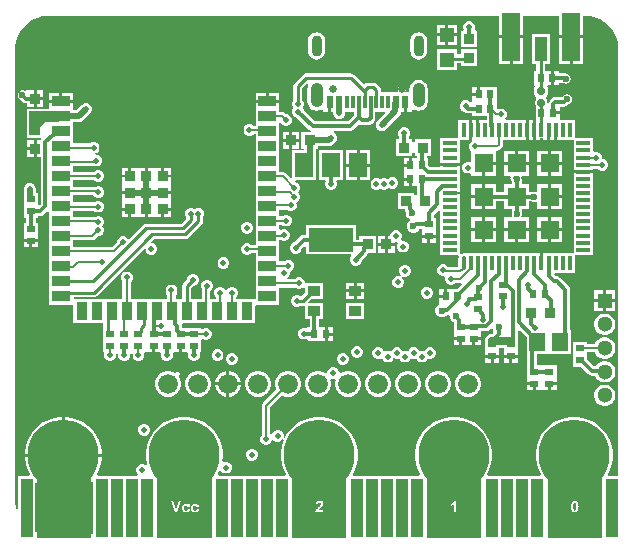
<source format=gtl>
G04*
G04 #@! TF.GenerationSoftware,Altium Limited,Altium Designer,24.1.2 (44)*
G04*
G04 Layer_Physical_Order=1*
G04 Layer_Color=255*
%FSLAX43Y43*%
%MOMM*%
G71*
G04*
G04 #@! TF.SameCoordinates,A9818493-9DB4-4393-B726-FC6D1410B1DB*
G04*
G04*
G04 #@! TF.FilePolarity,Positive*
G04*
G01*
G75*
%ADD11C,0.200*%
%ADD13C,0.254*%
%ADD19R,0.900X0.900*%
%ADD20R,1.500X0.900*%
%ADD21R,0.900X1.500*%
%ADD22R,0.370X1.170*%
%ADD23R,0.900X0.900*%
%ADD24R,1.170X0.370*%
%ADD25R,1.500X2.000*%
%ADD26R,3.800X2.000*%
%ADD27R,1.000X0.850*%
%ADD28R,0.700X0.600*%
%ADD29R,0.600X0.700*%
%ADD30R,1.000X5.000*%
G04:AMPARAMS|DCode=31|XSize=0.6mm|YSize=0.7mm|CornerRadius=0.15mm|HoleSize=0mm|Usage=FLASHONLY|Rotation=90.000|XOffset=0mm|YOffset=0mm|HoleType=Round|Shape=RoundedRectangle|*
%AMROUNDEDRECTD31*
21,1,0.600,0.400,0,0,90.0*
21,1,0.300,0.700,0,0,90.0*
1,1,0.300,0.200,0.150*
1,1,0.300,0.200,-0.150*
1,1,0.300,-0.200,-0.150*
1,1,0.300,-0.200,0.150*
%
%ADD31ROUNDEDRECTD31*%
%ADD32R,1.321X1.524*%
%ADD33R,0.600X1.140*%
%ADD34R,0.300X1.140*%
%ADD35R,1.600X1.600*%
G04:AMPARAMS|DCode=36|XSize=1.17mm|YSize=0.37mm|CornerRadius=0.185mm|HoleSize=0mm|Usage=FLASHONLY|Rotation=90.000|XOffset=0mm|YOffset=0mm|HoleType=Round|Shape=RoundedRectangle|*
%AMROUNDEDRECTD36*
21,1,1.170,0.000,0,0,90.0*
21,1,0.800,0.370,0,0,90.0*
1,1,0.370,0.000,0.400*
1,1,0.370,0.000,-0.400*
1,1,0.370,0.000,-0.400*
1,1,0.370,0.000,0.400*
%
%ADD36ROUNDEDRECTD36*%
%ADD37R,1.200X1.200*%
%ADD66R,1.524X4.064*%
%ADD67R,1.016X2.032*%
%ADD68C,0.300*%
%ADD69C,0.500*%
%ADD70C,0.305*%
%ADD71C,0.700*%
%ADD72C,0.250*%
%ADD73C,0.225*%
%ADD74C,1.676*%
%ADD75C,1.300*%
%ADD76C,6.000*%
%ADD77C,0.650*%
%ADD78O,0.900X1.800*%
%ADD79O,1.050X2.100*%
%ADD80R,1.300X1.300*%
%ADD81C,0.500*%
%ADD82C,0.600*%
G36*
X49056Y44093D02*
X49415Y43996D01*
X49760Y43854D01*
X50082Y43668D01*
X50378Y43441D01*
X50641Y43177D01*
X50868Y42882D01*
X51054Y42559D01*
X51196Y42215D01*
X51293Y41855D01*
X51342Y41486D01*
Y41300D01*
Y5200D01*
X50493D01*
X50416Y5327D01*
X50607Y5702D01*
X50765Y6189D01*
X50845Y6694D01*
Y7206D01*
X50765Y7711D01*
X50607Y8198D01*
X50375Y8653D01*
X50074Y9067D01*
X49712Y9429D01*
X49298Y9730D01*
X48843Y9962D01*
X48356Y10120D01*
X47851Y10200D01*
X47339D01*
X46834Y10120D01*
X46347Y9962D01*
X45892Y9730D01*
X45478Y9429D01*
X45116Y9067D01*
X44815Y8653D01*
X44583Y8198D01*
X44425Y7711D01*
X44345Y7206D01*
Y6694D01*
X44425Y6189D01*
X44583Y5702D01*
X44774Y5327D01*
X44696Y5200D01*
X40284D01*
X40206Y5327D01*
X40397Y5702D01*
X40555Y6189D01*
X40635Y6694D01*
Y7206D01*
X40555Y7711D01*
X40397Y8198D01*
X40165Y8653D01*
X39864Y9067D01*
X39502Y9429D01*
X39088Y9730D01*
X38633Y9962D01*
X38146Y10120D01*
X37641Y10200D01*
X37129D01*
X36624Y10120D01*
X36137Y9962D01*
X35682Y9730D01*
X35268Y9429D01*
X34906Y9067D01*
X34605Y8653D01*
X34373Y8198D01*
X34215Y7711D01*
X34135Y7206D01*
Y6694D01*
X34215Y6189D01*
X34373Y5702D01*
X34564Y5327D01*
X34487Y5200D01*
X28903D01*
X28826Y5327D01*
X29017Y5702D01*
X29175Y6189D01*
X29255Y6694D01*
Y7206D01*
X29175Y7711D01*
X29017Y8198D01*
X28785Y8653D01*
X28484Y9067D01*
X28122Y9429D01*
X27708Y9730D01*
X27253Y9962D01*
X26766Y10120D01*
X26261Y10200D01*
X25749D01*
X25244Y10120D01*
X24757Y9962D01*
X24302Y9730D01*
X23888Y9429D01*
X23526Y9067D01*
X23225Y8653D01*
X23094Y8396D01*
X22979Y8449D01*
X23000Y8501D01*
Y8699D01*
X22924Y8883D01*
X22783Y9024D01*
X22599Y9100D01*
X22401D01*
X22217Y9024D01*
X22076Y8883D01*
X22040Y8795D01*
X21883Y8748D01*
X21857Y8765D01*
Y10997D01*
X22878Y12019D01*
X22935Y11986D01*
X23212Y11912D01*
X23498D01*
X23775Y11986D01*
X24023Y12129D01*
X24226Y12332D01*
X24369Y12580D01*
X24443Y12857D01*
Y13143D01*
X24369Y13420D01*
X24226Y13668D01*
X24023Y13871D01*
X23775Y14014D01*
X23498Y14088D01*
X23212D01*
X22935Y14014D01*
X22687Y13871D01*
X22484Y13668D01*
X22341Y13420D01*
X22267Y13143D01*
Y12857D01*
X22341Y12580D01*
X22374Y12523D01*
X21248Y11397D01*
X21170Y11282D01*
X21143Y11145D01*
Y8650D01*
X21076Y8583D01*
X21000Y8399D01*
Y8201D01*
X21076Y8017D01*
X21217Y7876D01*
X21401Y7800D01*
X21599D01*
X21783Y7876D01*
X21924Y8017D01*
X22000Y8201D01*
Y8213D01*
X22127Y8266D01*
X22217Y8176D01*
X22401Y8100D01*
X22599D01*
X22783Y8176D01*
X22898Y8291D01*
X23002Y8216D01*
X22993Y8198D01*
X22835Y7711D01*
X22755Y7206D01*
Y6694D01*
X22835Y6189D01*
X22993Y5702D01*
X23184Y5327D01*
X23106Y5200D01*
X17494D01*
X17416Y5327D01*
X17550Y5590D01*
X17597Y5600D01*
X17696Y5597D01*
X17817Y5476D01*
X18001Y5400D01*
X18199D01*
X18383Y5476D01*
X18524Y5617D01*
X18600Y5801D01*
Y5999D01*
X18524Y6183D01*
X18383Y6324D01*
X18199Y6400D01*
X18001D01*
X17922Y6367D01*
X17808Y6458D01*
X17845Y6694D01*
Y7206D01*
X17765Y7711D01*
X17607Y8198D01*
X17375Y8653D01*
X17074Y9067D01*
X16712Y9429D01*
X16298Y9730D01*
X15843Y9962D01*
X15356Y10120D01*
X14851Y10200D01*
X14339D01*
X13834Y10120D01*
X13347Y9962D01*
X12892Y9730D01*
X12478Y9429D01*
X12116Y9067D01*
X11815Y8653D01*
X11583Y8198D01*
X11425Y7711D01*
X11345Y7206D01*
Y6694D01*
X11425Y6189D01*
X11438Y6149D01*
X11327Y6080D01*
X11283Y6124D01*
X11099Y6200D01*
X10901D01*
X10717Y6124D01*
X10576Y5983D01*
X10500Y5799D01*
Y5601D01*
X10576Y5417D01*
X10666Y5327D01*
X10613Y5200D01*
X7253D01*
X7176Y5327D01*
X7367Y5702D01*
X7525Y6189D01*
X7605Y6694D01*
Y6825D01*
X4480D01*
Y5235D01*
X6710D01*
Y4706D01*
X6835Y4654D01*
Y259D01*
X6710D01*
Y-40D01*
X2100D01*
Y439D01*
X1985Y486D01*
Y4558D01*
X2100Y4605D01*
Y5235D01*
X4230D01*
Y6825D01*
X1105D01*
Y6694D01*
X1185Y6189D01*
X1343Y5702D01*
X1534Y5327D01*
X1456Y5200D01*
X485D01*
Y2371D01*
X358Y2355D01*
X307Y2544D01*
X258Y2914D01*
Y3100D01*
X258Y41386D01*
X259Y41394D01*
X259Y41403D01*
X261Y41412D01*
X268Y41593D01*
X328Y41951D01*
X434Y42299D01*
X582Y42630D01*
X772Y42939D01*
X1000Y43222D01*
X1261Y43474D01*
X1553Y43690D01*
X1870Y43868D01*
X2207Y44003D01*
X2558Y44095D01*
X2918Y44141D01*
X41248D01*
Y42493D01*
X43272D01*
Y44141D01*
X46328D01*
Y42493D01*
X48352D01*
Y44141D01*
X48686D01*
X49056Y44093D01*
D02*
G37*
G36*
X39710Y-40D02*
X35100D01*
Y5235D01*
X39710D01*
Y-40D01*
D02*
G37*
G36*
X16920Y5235D02*
Y-40D01*
X12310D01*
Y5235D01*
X16920D01*
D02*
G37*
G36*
X28300Y-40D02*
X23690D01*
Y5235D01*
X28300D01*
Y-40D01*
D02*
G37*
G36*
X49950D02*
X45340D01*
Y5235D01*
X49950D01*
Y-40D01*
D02*
G37*
%LPC*%
G36*
X37650Y43400D02*
X36925D01*
Y42675D01*
X37650D01*
Y43400D01*
D02*
G37*
G36*
X36675D02*
X35950D01*
Y42675D01*
X36675D01*
Y43400D01*
D02*
G37*
G36*
X37650Y42425D02*
X36925D01*
Y41700D01*
X37650D01*
Y42425D01*
D02*
G37*
G36*
X36675D02*
X35950D01*
Y41700D01*
X36675D01*
Y42425D01*
D02*
G37*
G36*
X38799Y43700D02*
X38601D01*
X38417Y43624D01*
X38276Y43483D01*
X38200Y43299D01*
Y43101D01*
X38230Y43027D01*
X38146Y42900D01*
X38000D01*
Y41500D01*
X39400D01*
Y42900D01*
X39254D01*
X39170Y43027D01*
X39200Y43101D01*
Y43299D01*
X39124Y43483D01*
X38983Y43624D01*
X38799Y43700D01*
D02*
G37*
G36*
X39400Y41300D02*
X38000D01*
Y40882D01*
X37650D01*
Y41300D01*
X35950D01*
Y39600D01*
X37650D01*
Y40118D01*
X38000D01*
Y39900D01*
X39400D01*
Y41300D01*
D02*
G37*
G36*
X34420Y42756D02*
X34237Y42732D01*
X34067Y42661D01*
X33921Y42549D01*
X33809Y42403D01*
X33738Y42233D01*
X33714Y42050D01*
Y41150D01*
X33738Y40967D01*
X33809Y40797D01*
X33921Y40651D01*
X34067Y40539D01*
X34237Y40468D01*
X34420Y40444D01*
X34603Y40468D01*
X34773Y40539D01*
X34919Y40651D01*
X35031Y40797D01*
X35102Y40967D01*
X35126Y41150D01*
Y42050D01*
X35102Y42233D01*
X35031Y42403D01*
X34919Y42549D01*
X34773Y42661D01*
X34603Y42732D01*
X34420Y42756D01*
D02*
G37*
G36*
X25780D02*
X25597Y42732D01*
X25427Y42661D01*
X25281Y42549D01*
X25169Y42403D01*
X25098Y42233D01*
X25074Y42050D01*
Y41150D01*
X25098Y40967D01*
X25169Y40797D01*
X25281Y40651D01*
X25427Y40539D01*
X25597Y40468D01*
X25780Y40444D01*
X25963Y40468D01*
X26133Y40539D01*
X26279Y40651D01*
X26391Y40797D01*
X26462Y40967D01*
X26486Y41150D01*
Y42050D01*
X26462Y42233D01*
X26391Y42403D01*
X26279Y42549D01*
X26133Y42661D01*
X25963Y42732D01*
X25780Y42756D01*
D02*
G37*
G36*
X48352Y42243D02*
X47465D01*
Y40086D01*
X48352D01*
Y42243D01*
D02*
G37*
G36*
X47215D02*
X46328D01*
Y40086D01*
X47215D01*
Y42243D01*
D02*
G37*
G36*
X43272D02*
X42385D01*
Y40086D01*
X43272D01*
Y42243D01*
D02*
G37*
G36*
X42135D02*
X41248D01*
Y40086D01*
X42135D01*
Y42243D01*
D02*
G37*
G36*
X28700Y39284D02*
X28700Y39284D01*
X24900D01*
X24900Y39284D01*
X24753Y39255D01*
X24628Y39172D01*
X23928Y38472D01*
X23845Y38347D01*
X23816Y38200D01*
X23816Y38200D01*
Y37013D01*
X23776Y36973D01*
X23700Y36790D01*
Y36591D01*
X23776Y36407D01*
X23818Y36365D01*
X23776Y36323D01*
X23700Y36140D01*
Y35941D01*
X23776Y35757D01*
X23917Y35616D01*
X24101Y35540D01*
X24123D01*
X25152Y34512D01*
X25152Y34512D01*
X25279Y34427D01*
X25280Y34417D01*
X25240Y34300D01*
X24500D01*
Y32900D01*
X24690D01*
Y32750D01*
X23700D01*
Y30471D01*
X23583Y30422D01*
X23152Y30852D01*
X23037Y30930D01*
X22900Y30957D01*
X22625D01*
Y32400D01*
Y33670D01*
Y35050D01*
X22752Y35075D01*
X22776Y35017D01*
X22917Y34876D01*
X23101Y34800D01*
X23299D01*
X23483Y34876D01*
X23624Y35017D01*
X23700Y35201D01*
Y35399D01*
X23624Y35583D01*
X23483Y35724D01*
X23299Y35800D01*
X23205D01*
X23112Y35892D01*
X22997Y35970D01*
X22860Y35997D01*
X22625D01*
Y36785D01*
X20625D01*
Y36210D01*
Y34857D01*
X20450D01*
X20383Y34924D01*
X20199Y35000D01*
X20001D01*
X19817Y34924D01*
X19676Y34783D01*
X19600Y34599D01*
Y34401D01*
X19676Y34217D01*
X19817Y34076D01*
X20001Y34000D01*
X20199D01*
X20383Y34076D01*
X20450Y34143D01*
X20625D01*
Y33670D01*
Y32400D01*
Y31130D01*
Y29860D01*
Y28590D01*
Y27320D01*
Y26050D01*
Y24757D01*
X20250D01*
X20183Y24824D01*
X19999Y24900D01*
X19801D01*
X19617Y24824D01*
X19476Y24683D01*
X19400Y24499D01*
Y24301D01*
X19476Y24117D01*
X19617Y23976D01*
X19801Y23900D01*
X19999D01*
X20183Y23976D01*
X20250Y24043D01*
X20625D01*
Y23510D01*
Y22240D01*
Y20970D01*
Y20250D01*
X20560Y20150D01*
X20498Y20150D01*
X18957D01*
Y20350D01*
X19024Y20417D01*
X19100Y20601D01*
Y20799D01*
X19024Y20983D01*
X18883Y21124D01*
X18699Y21200D01*
X18501D01*
X18317Y21124D01*
X18176Y20983D01*
X18169Y20965D01*
X18031D01*
X18024Y20983D01*
X17883Y21124D01*
X17699Y21200D01*
X17501D01*
X17317Y21124D01*
X17176Y20983D01*
X17100Y20799D01*
Y20601D01*
X17176Y20417D01*
X17243Y20350D01*
Y20150D01*
X16757D01*
Y20865D01*
X16783Y20876D01*
X16924Y21017D01*
X17000Y21201D01*
Y21399D01*
X16924Y21583D01*
X16783Y21724D01*
X16599Y21800D01*
X16401D01*
X16217Y21724D01*
X16076Y21583D01*
X16000Y21399D01*
Y21201D01*
X16043Y21096D01*
Y20150D01*
X15184D01*
Y21141D01*
X15344Y21300D01*
X15399D01*
X15583Y21376D01*
X15724Y21517D01*
X15800Y21701D01*
Y21899D01*
X15724Y22083D01*
X15583Y22224D01*
X15399Y22300D01*
X15201D01*
X15017Y22224D01*
X14876Y22083D01*
X14800Y21899D01*
Y21844D01*
X14528Y21572D01*
X14445Y21447D01*
X14416Y21300D01*
X14416Y21300D01*
Y20150D01*
X13857D01*
Y20550D01*
X13924Y20617D01*
X14000Y20801D01*
Y20999D01*
X13924Y21183D01*
X13783Y21324D01*
X13599Y21400D01*
X13401D01*
X13217Y21324D01*
X13076Y21183D01*
X13000Y20999D01*
Y20801D01*
X13076Y20617D01*
X13143Y20550D01*
Y20150D01*
X10057D01*
Y21650D01*
X10124Y21717D01*
X10200Y21901D01*
Y22099D01*
X10124Y22283D01*
X9983Y22424D01*
X9799Y22500D01*
X9601D01*
X9417Y22424D01*
X9276Y22283D01*
X9200Y22099D01*
Y21901D01*
X9276Y21717D01*
X9343Y21650D01*
Y20150D01*
X5288D01*
X5230Y20221D01*
X5213Y20277D01*
X5234Y20316D01*
X6900D01*
X6900Y20316D01*
X7047Y20345D01*
X7172Y20428D01*
X11173Y24429D01*
X11300Y24377D01*
Y24301D01*
X11376Y24117D01*
X11517Y23976D01*
X11701Y23900D01*
X11899D01*
X12083Y23976D01*
X12224Y24117D01*
X12300Y24301D01*
Y24499D01*
X12224Y24683D01*
X12083Y24824D01*
X11899Y24900D01*
X11823D01*
X11771Y25027D01*
X12009Y25266D01*
X14668D01*
X14668Y25266D01*
X14815Y25295D01*
X14940Y25378D01*
X16047Y26485D01*
X16130Y26610D01*
X16159Y26757D01*
X16159Y26757D01*
Y27077D01*
X16199Y27117D01*
X16275Y27301D01*
Y27499D01*
X16199Y27683D01*
X16058Y27824D01*
X15874Y27900D01*
X15676D01*
X15492Y27824D01*
X15450Y27782D01*
X15408Y27824D01*
X15224Y27900D01*
X15026D01*
X14842Y27824D01*
X14701Y27683D01*
X14625Y27499D01*
Y27301D01*
X14701Y27117D01*
X14694Y26970D01*
X14289Y26565D01*
X11380D01*
X11233Y26535D01*
X11109Y26452D01*
X11109Y26452D01*
X9920Y25264D01*
X9824Y25283D01*
X9683Y25424D01*
X9499Y25500D01*
X9301D01*
X9117Y25424D01*
X8976Y25283D01*
X8900Y25099D01*
Y25005D01*
X8452Y24557D01*
X5125D01*
Y25143D01*
X6800D01*
X6937Y25170D01*
X7052Y25248D01*
X7305Y25500D01*
X7399D01*
X7583Y25576D01*
X7724Y25717D01*
X7800Y25901D01*
Y26099D01*
X7724Y26283D01*
X7657Y26350D01*
X7724Y26417D01*
X7800Y26601D01*
Y26799D01*
X7724Y26983D01*
X7583Y27124D01*
X7399Y27200D01*
X7201D01*
X7096Y27157D01*
X5125D01*
Y27643D01*
X6950D01*
X7017Y27576D01*
X7201Y27500D01*
X7399D01*
X7583Y27576D01*
X7724Y27717D01*
X7800Y27901D01*
Y28099D01*
X7724Y28283D01*
X7583Y28424D01*
X7399Y28500D01*
X7201D01*
X7017Y28424D01*
X6950Y28357D01*
X5125D01*
Y28943D01*
X6865D01*
X6876Y28917D01*
X7017Y28776D01*
X7201Y28700D01*
X7399D01*
X7583Y28776D01*
X7724Y28917D01*
X7800Y29101D01*
Y29299D01*
X7724Y29483D01*
X7583Y29624D01*
X7399Y29700D01*
X7201D01*
X7096Y29657D01*
X5125D01*
Y30243D01*
X6950D01*
X7017Y30176D01*
X7201Y30100D01*
X7399D01*
X7583Y30176D01*
X7724Y30317D01*
X7800Y30501D01*
Y30699D01*
X7724Y30883D01*
X7583Y31024D01*
X7399Y31100D01*
X7201D01*
X7017Y31024D01*
X6950Y30957D01*
X5125D01*
Y31443D01*
X6896D01*
X7001Y31400D01*
X7199D01*
X7383Y31476D01*
X7524Y31617D01*
X7600Y31801D01*
Y31999D01*
X7524Y32183D01*
X7383Y32324D01*
X7199Y32400D01*
X7090D01*
X7065Y32527D01*
X7183Y32576D01*
X7324Y32717D01*
X7400Y32901D01*
Y33099D01*
X7324Y33283D01*
X7183Y33424D01*
X6999Y33500D01*
X6801D01*
X6617Y33424D01*
X6550Y33357D01*
X5125D01*
Y33670D01*
Y35130D01*
X5640D01*
X5835Y35169D01*
X6000Y35280D01*
X6610Y35890D01*
X6638Y35931D01*
X6674Y35967D01*
X6693Y36013D01*
X6721Y36055D01*
X6731Y36104D01*
X6750Y36151D01*
Y36201D01*
X6760Y36250D01*
X6750Y36299D01*
Y36349D01*
X6731Y36396D01*
X6721Y36445D01*
X6693Y36487D01*
X6674Y36533D01*
X6638Y36569D01*
X6610Y36610D01*
X6569Y36638D01*
X6533Y36674D01*
X6487Y36693D01*
X6445Y36721D01*
X6396Y36731D01*
X6349Y36750D01*
X6299D01*
X6250Y36760D01*
X6201Y36750D01*
X6151D01*
X6104Y36731D01*
X6055Y36721D01*
X6013Y36693D01*
X5967Y36674D01*
X5931Y36638D01*
X5890Y36610D01*
X5429Y36150D01*
X5125D01*
Y36785D01*
X3125D01*
Y36237D01*
X2652D01*
Y36243D01*
X1252D01*
Y34843D01*
X1275D01*
Y33800D01*
X2410D01*
X2470Y33680D01*
X2418Y33600D01*
X2100D01*
Y32900D01*
Y32200D01*
X2421D01*
Y28198D01*
X2327Y28104D01*
X2200Y28156D01*
Y29150D01*
X2010D01*
Y29500D01*
X2000Y29549D01*
Y29599D01*
X1981Y29646D01*
X1971Y29695D01*
X1943Y29737D01*
X1924Y29783D01*
X1888Y29819D01*
X1860Y29860D01*
X1819Y29888D01*
X1783Y29924D01*
X1737Y29943D01*
X1695Y29971D01*
X1646Y29981D01*
X1599Y30000D01*
X1549D01*
X1500Y30010D01*
X1451Y30000D01*
X1401D01*
X1354Y29981D01*
X1305Y29971D01*
X1263Y29943D01*
X1217Y29924D01*
X1181Y29888D01*
X1140Y29860D01*
X1112Y29819D01*
X1076Y29783D01*
X1057Y29737D01*
X1029Y29695D01*
X1019Y29646D01*
X1000Y29599D01*
Y29549D01*
X990Y29500D01*
Y28650D01*
X1000Y28602D01*
Y28050D01*
Y27050D01*
X1192D01*
Y26650D01*
X1000D01*
Y25550D01*
Y25225D01*
X1600D01*
X2200D01*
Y25550D01*
Y26650D01*
X2008D01*
Y27050D01*
X2200D01*
Y27192D01*
X2400D01*
X2400Y27192D01*
X2556Y27223D01*
X2688Y27312D01*
X2998Y27622D01*
X3125Y27569D01*
Y26050D01*
Y24780D01*
Y23510D01*
Y22240D01*
Y20970D01*
Y19700D01*
X5063D01*
X5125Y19700D01*
X5190Y19600D01*
Y18150D01*
X7723D01*
Y17750D01*
X7700D01*
Y16650D01*
Y15650D01*
X7748D01*
X7819Y15544D01*
X7800Y15499D01*
Y15301D01*
X7876Y15117D01*
X8017Y14976D01*
X8201Y14900D01*
X8399D01*
X8583Y14976D01*
X8724Y15117D01*
X8800Y15301D01*
Y15499D01*
X8795Y15512D01*
X8869Y15623D01*
X8931D01*
X9005Y15512D01*
X9000Y15499D01*
Y15301D01*
X9076Y15117D01*
X9217Y14976D01*
X9401Y14900D01*
X9599D01*
X9783Y14976D01*
X9924Y15117D01*
X10000Y15301D01*
Y15499D01*
X9989Y15527D01*
X10069Y15623D01*
X10131D01*
X10211Y15527D01*
X10200Y15499D01*
Y15301D01*
X10276Y15117D01*
X10417Y14976D01*
X10601Y14900D01*
X10799D01*
X10983Y14976D01*
X11124Y15117D01*
X11200Y15301D01*
Y15499D01*
X11181Y15544D01*
X11203Y15577D01*
X11300Y15650D01*
X11400D01*
Y15650D01*
X11875D01*
Y16200D01*
X12125D01*
Y15650D01*
X12548D01*
X12619Y15544D01*
X12600Y15499D01*
Y15301D01*
X12676Y15117D01*
X12817Y14976D01*
X13001Y14900D01*
X13199D01*
X13383Y14976D01*
X13524Y15117D01*
X13600Y15301D01*
Y15499D01*
X13581Y15544D01*
X13603Y15577D01*
X13700Y15650D01*
X13700D01*
X13700Y15650D01*
X14175D01*
Y16200D01*
X14425D01*
Y15650D01*
X14848D01*
X14919Y15544D01*
X14900Y15499D01*
Y15301D01*
X14976Y15117D01*
X15117Y14976D01*
X15301Y14900D01*
X15499D01*
X15683Y14976D01*
X15824Y15117D01*
X15900Y15301D01*
Y15499D01*
X15881Y15544D01*
X15952Y15650D01*
X16000D01*
Y16713D01*
X16074Y16753D01*
X16127Y16772D01*
X16301Y16700D01*
X16499D01*
X16683Y16776D01*
X16824Y16917D01*
X16900Y17101D01*
Y17299D01*
X16824Y17483D01*
X16683Y17624D01*
X16499Y17700D01*
X16301D01*
X16127Y17628D01*
X16074Y17647D01*
X16000Y17687D01*
Y17750D01*
X14408D01*
Y17900D01*
X14408Y17900D01*
X14383Y18023D01*
X14383Y18032D01*
X14455Y18150D01*
X20560D01*
Y19600D01*
X20625Y19700D01*
X20687Y19700D01*
X22625D01*
Y21143D01*
X23950D01*
X24017Y21076D01*
X24201Y21000D01*
X24399D01*
X24583Y21076D01*
X24673Y21166D01*
X24800Y21113D01*
Y20744D01*
X24441Y20384D01*
X24423D01*
X24383Y20424D01*
X24199Y20500D01*
X24001D01*
X23817Y20424D01*
X23676Y20283D01*
X23600Y20099D01*
Y19901D01*
X23676Y19717D01*
X23817Y19576D01*
X24001Y19500D01*
X24199D01*
X24383Y19576D01*
X24423Y19616D01*
X24600D01*
X24600Y19616D01*
X24673Y19630D01*
X24783Y19561D01*
X24800Y19539D01*
Y18450D01*
X25192D01*
Y17800D01*
X25050D01*
Y17800D01*
X24923Y17720D01*
X24849Y17750D01*
X24651D01*
X24467Y17674D01*
X24326Y17533D01*
X24250Y17349D01*
Y17151D01*
X24326Y16967D01*
X24467Y16826D01*
X24651Y16750D01*
X24849D01*
X24923Y16780D01*
X25050Y16725D01*
Y16600D01*
X26475D01*
Y17200D01*
X26600D01*
D01*
X26475D01*
Y17800D01*
X26008D01*
Y18450D01*
X26300D01*
Y19800D01*
X25109D01*
X25061Y19917D01*
X25344Y20200D01*
X26300D01*
Y21550D01*
X24800D01*
Y21599D01*
X24724Y21783D01*
X24583Y21924D01*
X24399Y22000D01*
X24201D01*
X24017Y21924D01*
X23950Y21857D01*
X23327D01*
X23294Y21946D01*
X23291Y21984D01*
X23424Y22117D01*
X23500Y22301D01*
Y22499D01*
X23500Y22500D01*
X23683Y22576D01*
X23824Y22717D01*
X23900Y22901D01*
Y23099D01*
X23824Y23283D01*
X23683Y23424D01*
X23499Y23500D01*
X23301D01*
X23117Y23424D01*
X23050Y23357D01*
X22625D01*
Y24780D01*
Y25143D01*
X22796D01*
X22901Y25100D01*
X23099D01*
X23283Y25176D01*
X23424Y25317D01*
X23500Y25501D01*
Y25699D01*
X23424Y25883D01*
X23283Y26024D01*
X23099Y26100D01*
X22901D01*
X22752Y26038D01*
X22739Y26040D01*
X22656Y26082D01*
X22625Y26112D01*
Y26459D01*
X22850D01*
X22917Y26392D01*
X23101Y26316D01*
X23299D01*
X23483Y26392D01*
X23624Y26533D01*
X23700Y26717D01*
Y26916D01*
X23624Y27099D01*
X23483Y27240D01*
X23299Y27316D01*
X23101D01*
X22917Y27240D01*
X22850Y27173D01*
X22625D01*
Y27743D01*
X23250D01*
X23317Y27676D01*
X23501Y27600D01*
X23699D01*
X23883Y27676D01*
X24024Y27817D01*
X24100Y28001D01*
Y28199D01*
X24050Y28321D01*
X24183Y28376D01*
X24324Y28517D01*
X24400Y28701D01*
Y28899D01*
X24324Y29083D01*
X24207Y29200D01*
X24324Y29317D01*
X24400Y29501D01*
Y29699D01*
X24324Y29883D01*
X24183Y30024D01*
X23999Y30100D01*
X23996D01*
X23981Y30123D01*
X24048Y30250D01*
X25700D01*
Y31451D01*
X25710Y31500D01*
Y32900D01*
X25900D01*
Y33090D01*
X26800D01*
X26995Y33129D01*
X27160Y33239D01*
X27360Y33440D01*
X27388Y33481D01*
X27424Y33517D01*
X27443Y33563D01*
X27471Y33605D01*
X27481Y33654D01*
X27500Y33701D01*
Y33751D01*
X27510Y33800D01*
X27500Y33849D01*
Y33899D01*
X27481Y33946D01*
X27471Y33995D01*
X27443Y34037D01*
X27424Y34083D01*
X27388Y34119D01*
X27360Y34160D01*
X27319Y34188D01*
X27283Y34224D01*
X27258Y34360D01*
X27278Y34392D01*
X28574D01*
X28574Y34392D01*
X28730Y34423D01*
X28863Y34512D01*
X29353Y35001D01*
X29470Y34923D01*
X29626Y34892D01*
X30174D01*
X30174Y34892D01*
X30330Y34923D01*
X30463Y35012D01*
X30638Y35187D01*
X30638Y35187D01*
X30727Y35320D01*
X30758Y35476D01*
X30758Y35476D01*
Y36030D01*
X31543D01*
X31592Y35913D01*
X30940Y35260D01*
X30912Y35219D01*
X30876Y35183D01*
X30857Y35137D01*
X30829Y35095D01*
X30819Y35046D01*
X30800Y34999D01*
Y34949D01*
X30790Y34900D01*
X30800Y34851D01*
Y34801D01*
X30819Y34754D01*
X30829Y34705D01*
X30857Y34663D01*
X30876Y34617D01*
X30912Y34581D01*
X30940Y34540D01*
X30981Y34512D01*
X31017Y34476D01*
X31063Y34457D01*
X31105Y34429D01*
X31154Y34419D01*
X31201Y34400D01*
X31251D01*
X31300Y34390D01*
X31349Y34400D01*
X31399D01*
X31446Y34419D01*
X31495Y34429D01*
X31537Y34457D01*
X31583Y34476D01*
X31619Y34512D01*
X31660Y34540D01*
X32810Y35690D01*
X32921Y35855D01*
X32956Y36030D01*
X33175D01*
Y36850D01*
X33425D01*
Y36030D01*
X33850D01*
Y36195D01*
X33977Y36258D01*
X34029Y36218D01*
X34218Y36140D01*
X34420Y36113D01*
X34622Y36140D01*
X34811Y36218D01*
X34973Y36342D01*
X35097Y36504D01*
X35175Y36693D01*
X35202Y36895D01*
Y37945D01*
X35175Y38147D01*
X35097Y38336D01*
X34973Y38498D01*
X34811Y38622D01*
X34622Y38700D01*
X34420Y38727D01*
X34218Y38700D01*
X34029Y38622D01*
X33867Y38498D01*
X33743Y38336D01*
X33665Y38147D01*
X33638Y37945D01*
Y37670D01*
X33366D01*
X33291Y37797D01*
X33315Y37855D01*
Y37985D01*
X33266Y38104D01*
X33174Y38196D01*
X33055Y38245D01*
X32925D01*
X32806Y38196D01*
X32714Y38104D01*
X32665Y37985D01*
Y37855D01*
X32689Y37797D01*
X32614Y37670D01*
X31234D01*
Y37850D01*
X31205Y37997D01*
X31122Y38122D01*
X31122Y38122D01*
X30872Y38372D01*
X30747Y38455D01*
X30600Y38484D01*
X30600Y38484D01*
X30100D01*
X30100Y38484D01*
X29953Y38455D01*
X29828Y38372D01*
X29719Y38425D01*
X28972Y39172D01*
X28847Y39255D01*
X28823Y39260D01*
X28700Y39284D01*
D02*
G37*
G36*
X46300Y39500D02*
X45875D01*
Y38900D01*
Y38300D01*
X46300D01*
Y38452D01*
X46709D01*
X46718Y38446D01*
X46875Y38415D01*
X47032Y38446D01*
X47165Y38535D01*
X47254Y38668D01*
X47285Y38825D01*
X47254Y38982D01*
X47165Y39115D01*
X47128Y39153D01*
X46995Y39241D01*
X46838Y39273D01*
X46300D01*
Y39500D01*
D02*
G37*
G36*
X45558Y42618D02*
X44042D01*
Y40086D01*
X44391D01*
Y39500D01*
X44200D01*
Y38300D01*
X44200D01*
X44268Y38173D01*
X44223Y38106D01*
X44192Y37950D01*
Y37650D01*
X44223Y37494D01*
X44311Y37362D01*
X44400Y37303D01*
X44413Y37171D01*
X44409Y37156D01*
X44400Y37150D01*
X44339Y37058D01*
X44317Y36950D01*
Y36650D01*
X44339Y36542D01*
X44356Y36517D01*
X44398Y36402D01*
X44398Y36402D01*
X44398Y36402D01*
Y35448D01*
X44398D01*
X44364Y35335D01*
X44350D01*
Y34500D01*
Y33665D01*
X44660D01*
Y33788D01*
X44990D01*
Y33665D01*
X45300D01*
Y34500D01*
X45550D01*
Y33665D01*
X45900D01*
Y34500D01*
X46150D01*
Y33665D01*
X47540D01*
Y32915D01*
Y32315D01*
Y31115D01*
Y31075D01*
X48375D01*
X49210D01*
Y31176D01*
X49617D01*
X49702Y31092D01*
X49885Y31015D01*
X50084D01*
X50268Y31092D01*
X50409Y31232D01*
X50485Y31416D01*
Y31615D01*
X50409Y31799D01*
X50268Y31939D01*
X50084Y32015D01*
X49950D01*
X49925Y32053D01*
Y32251D01*
X49849Y32435D01*
X49708Y32576D01*
X49524Y32652D01*
X49325D01*
X49316Y32648D01*
X49210Y32719D01*
Y33785D01*
X47660D01*
Y35335D01*
X46375D01*
Y35800D01*
X45825D01*
Y36050D01*
X46375D01*
Y36450D01*
X46706D01*
X46863Y36482D01*
X46996Y36571D01*
X47137Y36712D01*
X47182Y36721D01*
X47315Y36810D01*
X47404Y36943D01*
X47435Y37100D01*
X47404Y37257D01*
X47315Y37390D01*
X47182Y37479D01*
X47025Y37510D01*
X46945D01*
X46788Y37479D01*
X46655Y37390D01*
X46536Y37271D01*
X46004D01*
X45847Y37240D01*
X45713Y37151D01*
X45535Y36972D01*
X45446Y36839D01*
X45416Y36688D01*
X45409Y36684D01*
X45383Y36691D01*
X45282Y36775D01*
Y36950D01*
X45261Y37058D01*
X45200Y37150D01*
X45191Y37156D01*
X45186Y37171D01*
X45200Y37303D01*
X45288Y37362D01*
X45377Y37494D01*
X45408Y37650D01*
Y37950D01*
X45377Y38106D01*
X45332Y38173D01*
X45400Y38300D01*
X45625D01*
Y38900D01*
Y39500D01*
X45159D01*
Y40086D01*
X45558D01*
Y42618D01*
D02*
G37*
G36*
X39375Y38100D02*
X38950D01*
Y37625D01*
X39375D01*
Y38100D01*
D02*
G37*
G36*
X2652Y37843D02*
X2077D01*
Y37268D01*
X2652D01*
Y37843D01*
D02*
G37*
G36*
X22625Y37610D02*
X21750D01*
Y37035D01*
X22625D01*
Y37610D01*
D02*
G37*
G36*
X21500D02*
X20625D01*
Y37035D01*
X21500D01*
Y37610D01*
D02*
G37*
G36*
X5125D02*
X4250D01*
Y37035D01*
X5125D01*
Y37610D01*
D02*
G37*
G36*
X4000D02*
X3125D01*
Y37035D01*
X4000D01*
Y37610D01*
D02*
G37*
G36*
X41050Y38100D02*
X39625D01*
Y37500D01*
X39500D01*
Y37375D01*
X38950D01*
Y37027D01*
X38950Y36900D01*
D01*
Y36900D01*
X38922Y36852D01*
X38776Y36831D01*
X38683Y36924D01*
X38499Y37000D01*
X38301D01*
X38117Y36924D01*
X37976Y36783D01*
X37900Y36599D01*
Y36401D01*
X37976Y36217D01*
X38117Y36076D01*
X38301Y36000D01*
X38329D01*
X38444Y35923D01*
X38600Y35892D01*
X38600Y35892D01*
X38950D01*
Y35700D01*
X40182D01*
Y35335D01*
X39550D01*
Y34500D01*
X39300D01*
Y35335D01*
X38950D01*
Y34500D01*
Y33542D01*
X38951Y33538D01*
X38917Y33524D01*
X38776Y33383D01*
X38700Y33199D01*
Y33001D01*
X38776Y32817D01*
X38801Y32792D01*
X38875Y32700D01*
X38875D01*
X38875Y32700D01*
Y31842D01*
X38770Y31771D01*
X38699Y31800D01*
X38501D01*
X38317Y31724D01*
X38176Y31583D01*
X38100Y31399D01*
Y31201D01*
X38176Y31017D01*
X38317Y30876D01*
X38501Y30800D01*
X38699D01*
X38770Y30829D01*
X38875Y30758D01*
Y30600D01*
X39800D01*
Y31650D01*
X39925D01*
Y31775D01*
X40975D01*
Y32700D01*
X41084Y32743D01*
X41100D01*
X41237Y32770D01*
X41352Y32848D01*
X41478Y32973D01*
X41555Y33089D01*
X41582Y33225D01*
Y33665D01*
X43500D01*
Y34500D01*
Y35335D01*
X41822D01*
X41769Y35462D01*
X41824Y35517D01*
X41900Y35701D01*
Y35899D01*
X41824Y36083D01*
X41683Y36224D01*
X41499Y36300D01*
X41301D01*
X41174Y36248D01*
X41050Y36323D01*
X41050Y36323D01*
Y36773D01*
X41050Y36900D01*
X41050D01*
Y36900D01*
X41050D01*
Y38100D01*
D02*
G37*
G36*
X2652Y37018D02*
X2077D01*
Y36443D01*
X2652D01*
Y37018D01*
D02*
G37*
G36*
X883Y37860D02*
X875D01*
X718Y37829D01*
X585Y37740D01*
X496Y37607D01*
X465Y37450D01*
X496Y37293D01*
X585Y37160D01*
X609Y37144D01*
X900Y36853D01*
X1033Y36764D01*
X1190Y36733D01*
X1252D01*
Y36443D01*
X1827D01*
Y37143D01*
Y37843D01*
X1252D01*
Y37833D01*
X1125Y37772D01*
X1040Y37829D01*
X883Y37860D01*
D02*
G37*
G36*
X24300Y34300D02*
X23725D01*
Y33725D01*
X24300D01*
Y34300D01*
D02*
G37*
G36*
X23475D02*
X22900D01*
Y33725D01*
X23475D01*
Y34300D01*
D02*
G37*
G36*
X44100Y35335D02*
X43750D01*
Y34500D01*
Y33665D01*
X44100D01*
Y34500D01*
Y35335D01*
D02*
G37*
G36*
X1850Y33600D02*
X1275D01*
Y33025D01*
X1850D01*
Y33600D01*
D02*
G37*
G36*
X24300Y33475D02*
X23725D01*
Y32900D01*
X24300D01*
Y33475D01*
D02*
G37*
G36*
X23475D02*
X22900D01*
Y32900D01*
X23475D01*
Y33475D01*
D02*
G37*
G36*
X1850Y32775D02*
X1275D01*
Y32200D01*
X1850D01*
Y32775D01*
D02*
G37*
G36*
X46575Y32700D02*
X45650D01*
Y31775D01*
X46575D01*
Y32700D01*
D02*
G37*
G36*
X43775D02*
X42850D01*
Y31775D01*
X43775D01*
Y32700D01*
D02*
G37*
G36*
X42600D02*
X41675D01*
Y31775D01*
X42600D01*
Y32700D01*
D02*
G37*
G36*
X45400D02*
X44475D01*
Y31775D01*
X45400D01*
Y32700D01*
D02*
G37*
G36*
X38700Y35335D02*
X37790D01*
Y33785D01*
X36240D01*
Y32915D01*
Y32315D01*
Y31675D01*
X37075D01*
X37910D01*
Y31715D01*
Y32915D01*
Y33665D01*
X38700D01*
Y34500D01*
Y35335D01*
D02*
G37*
G36*
X30300Y32750D02*
X29425D01*
Y31625D01*
X30300D01*
Y32750D01*
D02*
G37*
G36*
X29175D02*
X28300D01*
Y31625D01*
X29175D01*
Y32750D01*
D02*
G37*
G36*
X33575Y32100D02*
X33150D01*
Y31625D01*
X33575D01*
Y32100D01*
D02*
G37*
G36*
X12900Y31290D02*
Y30715D01*
X13475D01*
Y31290D01*
X12900D01*
D02*
G37*
G36*
X9850D02*
X9275D01*
Y30715D01*
X9850D01*
Y31290D01*
D02*
G37*
G36*
X46575Y31525D02*
X45650D01*
Y30600D01*
X46575D01*
Y31525D01*
D02*
G37*
G36*
X45400D02*
X44475D01*
Y30600D01*
X45400D01*
Y31525D01*
D02*
G37*
G36*
X40975D02*
X40050D01*
Y30600D01*
X40975D01*
Y31525D01*
D02*
G37*
G36*
X32299Y30500D02*
X32101D01*
X31917Y30424D01*
X31800Y30307D01*
X31783Y30324D01*
X31599Y30400D01*
X31401D01*
X31217Y30324D01*
X31175Y30282D01*
X31133Y30324D01*
X30949Y30400D01*
X30751D01*
X30567Y30324D01*
X30426Y30183D01*
X30350Y29999D01*
Y29801D01*
X30426Y29617D01*
X30567Y29476D01*
X30751Y29400D01*
X30949D01*
X31133Y29476D01*
X31175Y29518D01*
X31217Y29476D01*
X31401Y29400D01*
X31599D01*
X31783Y29476D01*
X31900Y29593D01*
X31917Y29576D01*
X32101Y29500D01*
X32299D01*
X32483Y29576D01*
X32624Y29717D01*
X32700Y29901D01*
Y30099D01*
X32624Y30283D01*
X32483Y30424D01*
X32299Y30500D01*
D02*
G37*
G36*
X30300Y31375D02*
X29425D01*
Y30250D01*
X30300D01*
Y31375D01*
D02*
G37*
G36*
X29175D02*
X28300D01*
Y30250D01*
X29175D01*
Y31375D01*
D02*
G37*
G36*
X33575Y30175D02*
X33150D01*
Y29700D01*
X33575D01*
Y30175D01*
D02*
G37*
G36*
X28000Y32750D02*
X26000D01*
Y30250D01*
X26477D01*
X26477Y30250D01*
X26551Y30123D01*
X26500Y29999D01*
Y29801D01*
X26576Y29617D01*
X26717Y29476D01*
X26901Y29400D01*
X27099D01*
X27283Y29476D01*
X27424Y29617D01*
X27500Y29801D01*
Y29999D01*
X27449Y30123D01*
X27523Y30250D01*
X27523Y30250D01*
X28000D01*
Y32750D01*
D02*
G37*
G36*
X43775Y31525D02*
X42725D01*
X41675D01*
Y30600D01*
X42109D01*
X42204Y30473D01*
X42190Y30400D01*
X42221Y30243D01*
X42310Y30110D01*
X42315Y30105D01*
Y29900D01*
X41675D01*
Y29260D01*
X40975D01*
Y29900D01*
X40050D01*
Y28850D01*
X39925D01*
D01*
X40050D01*
Y27800D01*
X40975D01*
Y28440D01*
X41675D01*
Y27800D01*
X42315D01*
Y27427D01*
X42290Y27300D01*
X42304Y27227D01*
X42209Y27100D01*
X41675D01*
Y26175D01*
X42725D01*
Y26050D01*
D01*
Y26175D01*
X43775D01*
Y27100D01*
X43200D01*
X43116Y27227D01*
X43135Y27325D01*
Y27800D01*
X43775D01*
Y28440D01*
X44015D01*
X44043Y28421D01*
X44200Y28390D01*
X44348Y28419D01*
X44376Y28418D01*
X44475Y28365D01*
Y27800D01*
X45400D01*
Y28850D01*
X45525D01*
D01*
X45400D01*
Y29900D01*
X44475D01*
Y29269D01*
X44348Y29202D01*
X44307Y29229D01*
X44150Y29260D01*
X43775D01*
Y29900D01*
X43135D01*
Y30275D01*
X43104Y30432D01*
X43077Y30473D01*
X43145Y30600D01*
X43775D01*
Y31525D01*
D02*
G37*
G36*
X33299Y34700D02*
X33101D01*
X32917Y34624D01*
X32776Y34483D01*
X32700Y34299D01*
Y34101D01*
X32776Y33917D01*
X32792Y33901D01*
Y33700D01*
X32500D01*
Y32300D01*
X33900D01*
Y32500D01*
X34100D01*
Y32300D01*
X34292D01*
Y32100D01*
X33825D01*
Y31500D01*
X33700D01*
Y31375D01*
X33150D01*
Y31027D01*
X33150Y30900D01*
X33150D01*
Y30900D01*
X33150D01*
Y30425D01*
X33700D01*
Y30300D01*
X33825D01*
Y29700D01*
X34292D01*
Y29190D01*
X34263D01*
Y28990D01*
X34063D01*
Y29190D01*
X32663D01*
Y27790D01*
X33132D01*
X33255Y27773D01*
X33287Y27616D01*
X33313Y27576D01*
Y27382D01*
X33397Y27180D01*
X33552Y27025D01*
X33694Y26966D01*
Y26829D01*
X33663Y26816D01*
X33509Y26662D01*
X33425Y26459D01*
Y26241D01*
X33509Y26038D01*
X33663Y25884D01*
X33866Y25800D01*
X34084D01*
X34286Y25884D01*
X34441Y26038D01*
X34463Y26092D01*
X34700D01*
Y25625D01*
X35300D01*
X35900D01*
Y25950D01*
Y27050D01*
X35700D01*
Y27322D01*
X36123Y27746D01*
X36240Y27697D01*
Y26315D01*
Y25115D01*
Y23915D01*
X37760D01*
X37828Y23788D01*
X37815Y23770D01*
X37782Y23600D01*
Y22872D01*
X36925D01*
X36920Y22883D01*
X36779Y23024D01*
X36595Y23100D01*
X36397D01*
X36213Y23024D01*
X36072Y22883D01*
X35996Y22699D01*
Y22501D01*
X36072Y22317D01*
X36213Y22176D01*
X36397Y22100D01*
X36595D01*
X36598Y22101D01*
X36695Y22004D01*
X36678Y21962D01*
Y21763D01*
X36754Y21579D01*
X36894Y21439D01*
X37078Y21363D01*
X37277D01*
X37461Y21439D01*
X37528Y21506D01*
X37906D01*
X38014Y21527D01*
X38085Y21451D01*
X38098Y21425D01*
X37673Y21000D01*
X36825D01*
Y20400D01*
X36700D01*
Y20275D01*
X36150D01*
Y19800D01*
X36150Y19800D01*
X36150D01*
X36140Y19677D01*
X36077Y19651D01*
X35923Y19496D01*
X35839Y19294D01*
Y19075D01*
X35923Y18873D01*
X36077Y18719D01*
X36280Y18635D01*
X36498D01*
X36701Y18719D01*
X36816Y18834D01*
X36842D01*
X36842Y18834D01*
X36933Y18852D01*
X36954Y18845D01*
X37028Y18788D01*
X37047Y18763D01*
X37050Y18756D01*
Y18591D01*
X37134Y18388D01*
X37288Y18234D01*
X37392Y18191D01*
Y17800D01*
X37392Y17800D01*
X37400Y17760D01*
Y17250D01*
Y16925D01*
X38000D01*
Y16800D01*
X38125D01*
Y16250D01*
X38975D01*
Y16800D01*
X39100D01*
Y16925D01*
X39700D01*
Y17442D01*
X40128D01*
X40128Y17442D01*
X40284Y17473D01*
X40416Y17562D01*
X40558Y17703D01*
X40681Y17647D01*
X40759Y17459D01*
X40758Y17298D01*
X40698Y17237D01*
X40663D01*
X40428Y17191D01*
X40230Y17058D01*
X40108Y16876D01*
X40063D01*
Y16685D01*
X40051Y16626D01*
X40063Y16566D01*
Y15776D01*
Y15450D01*
X40663D01*
X41263D01*
Y16014D01*
X41625D01*
Y15451D01*
X42225D01*
X42825D01*
Y15776D01*
Y16567D01*
X42837Y16626D01*
X42825Y16684D01*
Y16692D01*
X42827Y16695D01*
X42858Y16851D01*
Y17496D01*
X42975Y17545D01*
X43565Y16955D01*
Y15500D01*
X43617D01*
Y14550D01*
X43600D01*
Y13450D01*
Y13125D01*
X44200D01*
Y13000D01*
X44325D01*
Y12450D01*
X44800D01*
Y12450D01*
X44900D01*
Y12450D01*
X45375D01*
Y13000D01*
X45500D01*
Y13125D01*
X46100D01*
Y13450D01*
Y14550D01*
X44900D01*
Y14550D01*
X44800D01*
Y14550D01*
X44433D01*
Y15500D01*
X45386D01*
Y15500D01*
X45480D01*
Y15500D01*
X47301D01*
Y17524D01*
X47255D01*
Y20963D01*
X47255Y20963D01*
X47224Y21119D01*
X47136Y21251D01*
X47136Y21251D01*
X46399Y21988D01*
X46267Y22077D01*
X46111Y22108D01*
X46111Y22108D01*
X46020D01*
X45890Y22238D01*
X45943Y22365D01*
X47660D01*
Y23915D01*
X49210D01*
Y25115D01*
Y26315D01*
Y27515D01*
Y28715D01*
Y29915D01*
Y30825D01*
X48375D01*
X47540D01*
Y29915D01*
Y28715D01*
Y27515D01*
Y26315D01*
Y25115D01*
Y24035D01*
X44950D01*
Y23200D01*
X44700D01*
Y24035D01*
X38390D01*
Y24035D01*
X38366Y24015D01*
X38225Y24044D01*
X38055Y24010D01*
X38037Y23998D01*
X37910Y24065D01*
Y24515D01*
Y25715D01*
Y26915D01*
Y28115D01*
Y29025D01*
X37075D01*
Y29275D01*
X37910D01*
Y29315D01*
Y30515D01*
Y31425D01*
X37075D01*
X36240D01*
Y31358D01*
X35369D01*
X35250Y31477D01*
Y32100D01*
X35108D01*
Y32300D01*
X35500D01*
Y33700D01*
X34100D01*
Y33500D01*
X33900D01*
Y33700D01*
X33608D01*
Y33901D01*
X33624Y33917D01*
X33700Y34101D01*
Y34299D01*
X33624Y34483D01*
X33483Y34624D01*
X33299Y34700D01*
D02*
G37*
G36*
X46575Y29900D02*
X45650D01*
Y28975D01*
X46575D01*
Y29900D01*
D02*
G37*
G36*
X39800D02*
X38875D01*
Y28975D01*
X39800D01*
Y29900D01*
D02*
G37*
G36*
X46575Y28725D02*
X45650D01*
Y27800D01*
X46575D01*
Y28725D01*
D02*
G37*
G36*
X39800D02*
X38875D01*
Y27800D01*
X39800D01*
Y28725D01*
D02*
G37*
G36*
X13475Y27665D02*
X12900D01*
Y27090D01*
X13475D01*
Y27665D01*
D02*
G37*
G36*
X9850D02*
X9275D01*
Y27090D01*
X9850D01*
Y27665D01*
D02*
G37*
G36*
X10675Y31290D02*
X10548Y31290D01*
X10100D01*
Y30590D01*
X9975D01*
Y30465D01*
X9275D01*
Y30017D01*
X9275Y29890D01*
X9275Y29763D01*
Y29315D01*
X9975D01*
Y29065D01*
X9275D01*
Y28617D01*
X9275Y28490D01*
X9275Y28363D01*
Y27915D01*
X9975D01*
Y27790D01*
X10100D01*
Y27090D01*
X10548D01*
X10675Y27090D01*
X10802Y27090D01*
X11250D01*
Y27790D01*
X11500D01*
Y27090D01*
X11948D01*
X12075Y27090D01*
X12202Y27090D01*
X12650D01*
Y27790D01*
X12775D01*
Y27915D01*
X13475D01*
Y28363D01*
X13475Y28490D01*
X13475Y28617D01*
Y29065D01*
X12775D01*
Y29315D01*
X13475D01*
Y29763D01*
X13475Y29890D01*
X13475Y30017D01*
Y30465D01*
X12775D01*
Y30590D01*
X12650D01*
Y31290D01*
X12202D01*
X12075Y31290D01*
X11948Y31290D01*
X11500D01*
Y30590D01*
X11250D01*
Y31290D01*
X10802D01*
X10675Y31290D01*
D02*
G37*
G36*
X46575Y27100D02*
X45650D01*
Y26175D01*
X46575D01*
Y27100D01*
D02*
G37*
G36*
X40975D02*
X40050D01*
Y26175D01*
X40975D01*
Y27100D01*
D02*
G37*
G36*
X45400D02*
X44475D01*
Y26175D01*
X45400D01*
Y27100D01*
D02*
G37*
G36*
X39800D02*
X38875D01*
Y26175D01*
X39800D01*
Y27100D01*
D02*
G37*
G36*
X19999Y26700D02*
X19801D01*
X19617Y26624D01*
X19476Y26483D01*
X19400Y26299D01*
Y26101D01*
X19476Y25917D01*
X19617Y25776D01*
X19801Y25700D01*
X19999D01*
X20183Y25776D01*
X20324Y25917D01*
X20400Y26101D01*
Y26299D01*
X20324Y26483D01*
X20183Y26624D01*
X19999Y26700D01*
D02*
G37*
G36*
X29150Y26450D02*
X24850D01*
Y25608D01*
X24700D01*
X24700Y25608D01*
X24544Y25577D01*
X24412Y25488D01*
X24412Y25488D01*
X23923Y25000D01*
X23901D01*
X23717Y24924D01*
X23576Y24783D01*
X23500Y24599D01*
Y24401D01*
X23576Y24217D01*
X23717Y24076D01*
X23901Y24000D01*
X24099D01*
X24283Y24076D01*
X24424Y24217D01*
X24500Y24401D01*
Y24423D01*
X24733Y24656D01*
X24850Y24607D01*
Y23950D01*
X28663D01*
X28716Y23823D01*
X28676Y23783D01*
X28600Y23599D01*
Y23401D01*
X28676Y23217D01*
X28817Y23076D01*
X29001Y23000D01*
X29199D01*
X29383Y23076D01*
X29524Y23217D01*
X29600Y23401D01*
Y23423D01*
X30088Y23912D01*
X30088Y23912D01*
X30177Y24044D01*
X30188Y24100D01*
X30800D01*
Y25500D01*
X29400D01*
Y25208D01*
X29150D01*
Y26450D01*
D02*
G37*
G36*
X46575Y25925D02*
X45650D01*
Y25000D01*
X46575D01*
Y25925D01*
D02*
G37*
G36*
X45400D02*
X44475D01*
Y25000D01*
X45400D01*
Y25925D01*
D02*
G37*
G36*
X43775D02*
X42850D01*
Y25000D01*
X43775D01*
Y25925D01*
D02*
G37*
G36*
X42600D02*
X41675D01*
Y25000D01*
X42600D01*
Y25925D01*
D02*
G37*
G36*
X40975D02*
X40050D01*
Y25000D01*
X40975D01*
Y25925D01*
D02*
G37*
G36*
X39800D02*
X38875D01*
Y25000D01*
X39800D01*
Y25925D01*
D02*
G37*
G36*
X35900Y25375D02*
X35425D01*
Y24950D01*
X35900D01*
Y25375D01*
D02*
G37*
G36*
X35175D02*
X34700D01*
Y24950D01*
X35175D01*
Y25375D01*
D02*
G37*
G36*
X31575Y25500D02*
X31000D01*
Y24925D01*
X31575D01*
Y25500D01*
D02*
G37*
G36*
X2200Y24975D02*
X1725D01*
Y24550D01*
X2200D01*
Y24975D01*
D02*
G37*
G36*
X1475D02*
X1000D01*
Y24550D01*
X1475D01*
Y24975D01*
D02*
G37*
G36*
X32599Y26000D02*
X32401D01*
X32217Y25924D01*
X32076Y25783D01*
X32000Y25599D01*
Y25500D01*
X31825D01*
Y24925D01*
X32400D01*
Y25000D01*
X32401Y25000D01*
X32599D01*
X32612Y25005D01*
X32683Y24900D01*
X32684Y24898D01*
X32608Y24714D01*
Y24516D01*
X32684Y24332D01*
X32825Y24191D01*
X33009Y24115D01*
X33208D01*
X33391Y24191D01*
X33532Y24332D01*
X33608Y24516D01*
Y24714D01*
X33532Y24898D01*
X33391Y25039D01*
X33208Y25115D01*
X33009D01*
X32997Y25110D01*
X32925Y25215D01*
X32924Y25217D01*
X33000Y25401D01*
Y25599D01*
X32924Y25783D01*
X32783Y25924D01*
X32599Y26000D01*
D02*
G37*
G36*
X32400Y24675D02*
X31825D01*
Y24100D01*
X32400D01*
Y24675D01*
D02*
G37*
G36*
X31575D02*
X31000D01*
Y24100D01*
X31575D01*
Y24675D01*
D02*
G37*
G36*
X17999Y23700D02*
X17801D01*
X17617Y23624D01*
X17476Y23483D01*
X17400Y23299D01*
Y23101D01*
X17476Y22917D01*
X17617Y22776D01*
X17801Y22700D01*
X17999D01*
X18183Y22776D01*
X18324Y22917D01*
X18400Y23101D01*
Y23299D01*
X18324Y23483D01*
X18183Y23624D01*
X17999Y23700D01*
D02*
G37*
G36*
X33354Y23068D02*
X33155D01*
X32971Y22992D01*
X32830Y22851D01*
X32754Y22667D01*
Y22468D01*
X32830Y22285D01*
X32932Y22182D01*
X32860Y22075D01*
X32799Y22100D01*
X32601D01*
X32417Y22024D01*
X32276Y21883D01*
X32200Y21699D01*
Y21501D01*
X32276Y21317D01*
X32417Y21176D01*
X32601Y21100D01*
X32799D01*
X32983Y21176D01*
X33124Y21317D01*
X33200Y21501D01*
Y21699D01*
X33124Y21883D01*
X33022Y21985D01*
X33094Y22093D01*
X33155Y22068D01*
X33354D01*
X33537Y22144D01*
X33678Y22285D01*
X33754Y22468D01*
Y22667D01*
X33678Y22851D01*
X33537Y22992D01*
X33354Y23068D01*
D02*
G37*
G36*
X29800Y21550D02*
X29175D01*
Y21000D01*
X29800D01*
Y21550D01*
D02*
G37*
G36*
X28925D02*
X28300D01*
Y21000D01*
X28925D01*
Y21550D01*
D02*
G37*
G36*
X36575Y21000D02*
X36150D01*
Y20525D01*
X36575D01*
Y21000D01*
D02*
G37*
G36*
X29800Y20750D02*
X29175D01*
Y20200D01*
X29800D01*
Y20750D01*
D02*
G37*
G36*
X28925D02*
X28300D01*
Y20200D01*
X28925D01*
Y20750D01*
D02*
G37*
G36*
X35199Y21200D02*
X35001D01*
X34817Y21124D01*
X34676Y20983D01*
X34600Y20799D01*
Y20601D01*
X34676Y20417D01*
X34817Y20276D01*
X35001Y20200D01*
X35199D01*
X35383Y20276D01*
X35524Y20417D01*
X35600Y20601D01*
Y20799D01*
X35524Y20983D01*
X35383Y21124D01*
X35199Y21200D01*
D02*
G37*
G36*
X51075Y20925D02*
X50300D01*
Y20150D01*
X51075D01*
Y20925D01*
D02*
G37*
G36*
X50050D02*
X49275D01*
Y20150D01*
X50050D01*
Y20925D01*
D02*
G37*
G36*
X51075Y19900D02*
X50300D01*
Y19125D01*
X51075D01*
Y19900D01*
D02*
G37*
G36*
X50050D02*
X49275D01*
Y19125D01*
X50050D01*
Y19900D01*
D02*
G37*
G36*
X29800Y19800D02*
X28300D01*
Y18450D01*
X29800D01*
Y19800D01*
D02*
G37*
G36*
X27150Y17800D02*
X26725D01*
Y17325D01*
X27150D01*
Y17800D01*
D02*
G37*
G36*
X50293Y18925D02*
X50057D01*
X49828Y18864D01*
X49622Y18745D01*
X49455Y18578D01*
X49336Y18372D01*
X49275Y18143D01*
Y17907D01*
X49336Y17678D01*
X49455Y17472D01*
X49622Y17305D01*
X49828Y17186D01*
X50057Y17125D01*
X50293D01*
X50522Y17186D01*
X50728Y17305D01*
X50895Y17472D01*
X51014Y17678D01*
X51075Y17907D01*
Y18143D01*
X51014Y18372D01*
X50895Y18578D01*
X50728Y18745D01*
X50522Y18864D01*
X50293Y18925D01*
D02*
G37*
G36*
X27150Y17075D02*
X26725D01*
Y16600D01*
X27150D01*
Y17075D01*
D02*
G37*
G36*
X50293Y16925D02*
X50057D01*
X49828Y16864D01*
X49622Y16745D01*
X49455Y16578D01*
X49342Y16382D01*
X48700D01*
Y16550D01*
X47500D01*
Y15450D01*
Y14450D01*
X48123D01*
X48787Y13787D01*
X48787Y13787D01*
X48919Y13698D01*
X49075Y13667D01*
X49342D01*
X49455Y13472D01*
X49622Y13305D01*
X49828Y13186D01*
X50057Y13125D01*
X50293D01*
X50522Y13186D01*
X50728Y13305D01*
X50895Y13472D01*
X51014Y13678D01*
X51075Y13907D01*
Y14143D01*
X51014Y14372D01*
X50895Y14578D01*
X50728Y14745D01*
X50522Y14864D01*
X50293Y14925D01*
X50057D01*
X49828Y14864D01*
X49622Y14745D01*
X49455Y14578D01*
X49400Y14483D01*
X49244D01*
X48700Y15027D01*
Y15668D01*
X49342D01*
X49455Y15472D01*
X49622Y15305D01*
X49828Y15186D01*
X50057Y15125D01*
X50293D01*
X50522Y15186D01*
X50728Y15305D01*
X50895Y15472D01*
X51014Y15678D01*
X51075Y15907D01*
Y16143D01*
X51014Y16372D01*
X50895Y16578D01*
X50728Y16745D01*
X50522Y16864D01*
X50293Y16925D01*
D02*
G37*
G36*
X39700Y16675D02*
X39225D01*
Y16250D01*
X39700D01*
Y16675D01*
D02*
G37*
G36*
X37875Y16675D02*
X37400D01*
Y16250D01*
X37875D01*
Y16675D01*
D02*
G37*
G36*
X35499Y16100D02*
X35301D01*
X35117Y16024D01*
X34976Y15883D01*
X34921Y15750D01*
X34799Y15800D01*
X34601D01*
X34479Y15750D01*
X34424Y15883D01*
X34283Y16024D01*
X34099Y16100D01*
X33901D01*
X33717Y16024D01*
X33576Y15883D01*
X33521Y15750D01*
X33399Y15800D01*
X33201D01*
X33079Y15750D01*
X33024Y15883D01*
X32883Y16024D01*
X32699Y16100D01*
X32501D01*
X32317Y16024D01*
X32176Y15883D01*
X32113Y15730D01*
X32083Y15724D01*
X31899Y15800D01*
X31701D01*
X31517Y15724D01*
X31487Y15730D01*
X31424Y15883D01*
X31283Y16024D01*
X31099Y16100D01*
X30901D01*
X30717Y16024D01*
X30576Y15883D01*
X30500Y15699D01*
Y15501D01*
X30576Y15317D01*
X30717Y15176D01*
X30901Y15100D01*
X31099D01*
X31283Y15176D01*
X31313Y15170D01*
X31376Y15017D01*
X31517Y14876D01*
X31701Y14800D01*
X31899D01*
X32083Y14876D01*
X32224Y15017D01*
X32287Y15170D01*
X32317Y15176D01*
X32501Y15100D01*
X32699D01*
X32821Y15150D01*
X32876Y15017D01*
X33017Y14876D01*
X33201Y14800D01*
X33399D01*
X33583Y14876D01*
X33724Y15017D01*
X33779Y15150D01*
X33901Y15100D01*
X34099D01*
X34221Y15150D01*
X34276Y15017D01*
X34417Y14876D01*
X34601Y14800D01*
X34799D01*
X34983Y14876D01*
X35124Y15017D01*
X35179Y15150D01*
X35301Y15100D01*
X35499D01*
X35683Y15176D01*
X35824Y15317D01*
X35900Y15501D01*
Y15699D01*
X35824Y15883D01*
X35683Y16024D01*
X35499Y16100D01*
D02*
G37*
G36*
X29299Y16200D02*
X29101D01*
X28917Y16124D01*
X28776Y15983D01*
X28700Y15799D01*
Y15601D01*
X28776Y15417D01*
X28917Y15276D01*
X29101Y15200D01*
X29299D01*
X29483Y15276D01*
X29624Y15417D01*
X29700Y15601D01*
Y15799D01*
X29624Y15983D01*
X29483Y16124D01*
X29299Y16200D01*
D02*
G37*
G36*
X17499Y15900D02*
X17301D01*
X17117Y15824D01*
X16976Y15683D01*
X16900Y15499D01*
Y15301D01*
X16976Y15117D01*
X17117Y14976D01*
X17301Y14900D01*
X17499D01*
X17683Y14976D01*
X17824Y15117D01*
X17900Y15301D01*
Y15499D01*
X17824Y15683D01*
X17683Y15824D01*
X17499Y15900D01*
D02*
G37*
G36*
X42825Y15201D02*
X42350D01*
Y14776D01*
X42825D01*
Y15201D01*
D02*
G37*
G36*
X42100D02*
X41625D01*
Y14776D01*
X42100D01*
Y15201D01*
D02*
G37*
G36*
X41263Y15200D02*
X40788D01*
Y14776D01*
X41263D01*
Y15200D01*
D02*
G37*
G36*
X40538D02*
X40063D01*
Y14776D01*
X40538D01*
Y15200D01*
D02*
G37*
G36*
X28099Y15600D02*
X27901D01*
X27717Y15524D01*
X27576Y15383D01*
X27500Y15199D01*
Y15001D01*
X27576Y14817D01*
X27717Y14676D01*
X27901Y14600D01*
X28099D01*
X28283Y14676D01*
X28424Y14817D01*
X28500Y15001D01*
Y15199D01*
X28424Y15383D01*
X28283Y15524D01*
X28099Y15600D01*
D02*
G37*
G36*
X18699D02*
X18501D01*
X18317Y15524D01*
X18176Y15383D01*
X18100Y15199D01*
Y15001D01*
X18176Y14817D01*
X18317Y14676D01*
X18501Y14600D01*
X18699D01*
X18883Y14676D01*
X19024Y14817D01*
X19100Y15001D01*
Y15199D01*
X19024Y15383D01*
X18883Y15524D01*
X18699Y15600D01*
D02*
G37*
G36*
X27299Y14400D02*
X27101D01*
X26917Y14324D01*
X26776Y14183D01*
X26700Y13999D01*
Y13914D01*
X26573Y13861D01*
X26563Y13871D01*
X26315Y14014D01*
X26038Y14088D01*
X25752D01*
X25475Y14014D01*
X25227Y13871D01*
X25024Y13668D01*
X24881Y13420D01*
X24807Y13143D01*
Y12857D01*
X24881Y12580D01*
X25024Y12332D01*
X25227Y12129D01*
X25475Y11986D01*
X25752Y11912D01*
X26038D01*
X26315Y11986D01*
X26563Y12129D01*
X26766Y12332D01*
X26909Y12580D01*
X26983Y12857D01*
Y13143D01*
X26933Y13332D01*
X27039Y13425D01*
X27101Y13400D01*
X27284D01*
X27322Y13375D01*
X27389Y13299D01*
X27347Y13143D01*
Y12857D01*
X27421Y12580D01*
X27564Y12332D01*
X27767Y12129D01*
X28015Y11986D01*
X28292Y11912D01*
X28578D01*
X28855Y11986D01*
X29103Y12129D01*
X29306Y12332D01*
X29449Y12580D01*
X29523Y12857D01*
Y13143D01*
X29449Y13420D01*
X29306Y13668D01*
X29103Y13871D01*
X28855Y14014D01*
X28578Y14088D01*
X28292D01*
X28015Y14014D01*
X27827Y13906D01*
X27700Y13976D01*
Y13999D01*
X27624Y14183D01*
X27483Y14324D01*
X27299Y14400D01*
D02*
G37*
G36*
X18418Y14088D02*
X18400D01*
Y13125D01*
X19363D01*
Y13143D01*
X19289Y13420D01*
X19146Y13668D01*
X18943Y13871D01*
X18695Y14014D01*
X18418Y14088D01*
D02*
G37*
G36*
X18150D02*
X18132D01*
X17855Y14014D01*
X17607Y13871D01*
X17404Y13668D01*
X17261Y13420D01*
X17187Y13143D01*
Y13125D01*
X18150D01*
Y14088D01*
D02*
G37*
G36*
X46100Y12875D02*
X45625D01*
Y12450D01*
X46100D01*
Y12875D01*
D02*
G37*
G36*
X44075Y12875D02*
X43600D01*
Y12450D01*
X44075D01*
Y12875D01*
D02*
G37*
G36*
X38738Y14088D02*
X38452D01*
X38175Y14014D01*
X37927Y13871D01*
X37724Y13668D01*
X37581Y13420D01*
X37507Y13143D01*
Y12857D01*
X37581Y12580D01*
X37724Y12332D01*
X37927Y12129D01*
X38175Y11986D01*
X38452Y11912D01*
X38738D01*
X39015Y11986D01*
X39263Y12129D01*
X39466Y12332D01*
X39609Y12580D01*
X39683Y12857D01*
Y13143D01*
X39609Y13420D01*
X39466Y13668D01*
X39263Y13871D01*
X39015Y14014D01*
X38738Y14088D01*
D02*
G37*
G36*
X36198D02*
X35912D01*
X35635Y14014D01*
X35387Y13871D01*
X35184Y13668D01*
X35041Y13420D01*
X34967Y13143D01*
Y12857D01*
X35041Y12580D01*
X35184Y12332D01*
X35387Y12129D01*
X35635Y11986D01*
X35912Y11912D01*
X36198D01*
X36475Y11986D01*
X36723Y12129D01*
X36926Y12332D01*
X37069Y12580D01*
X37143Y12857D01*
Y13143D01*
X37069Y13420D01*
X36926Y13668D01*
X36723Y13871D01*
X36475Y14014D01*
X36198Y14088D01*
D02*
G37*
G36*
X33658D02*
X33372D01*
X33095Y14014D01*
X32847Y13871D01*
X32644Y13668D01*
X32501Y13420D01*
X32427Y13143D01*
Y12857D01*
X32501Y12580D01*
X32644Y12332D01*
X32847Y12129D01*
X33095Y11986D01*
X33372Y11912D01*
X33658D01*
X33935Y11986D01*
X34183Y12129D01*
X34386Y12332D01*
X34529Y12580D01*
X34603Y12857D01*
Y13143D01*
X34529Y13420D01*
X34386Y13668D01*
X34183Y13871D01*
X33935Y14014D01*
X33658Y14088D01*
D02*
G37*
G36*
X31118D02*
X30832D01*
X30555Y14014D01*
X30307Y13871D01*
X30104Y13668D01*
X29961Y13420D01*
X29887Y13143D01*
Y12857D01*
X29961Y12580D01*
X30104Y12332D01*
X30307Y12129D01*
X30555Y11986D01*
X30832Y11912D01*
X31118D01*
X31395Y11986D01*
X31643Y12129D01*
X31846Y12332D01*
X31989Y12580D01*
X32063Y12857D01*
Y13143D01*
X31989Y13420D01*
X31846Y13668D01*
X31643Y13871D01*
X31395Y14014D01*
X31118Y14088D01*
D02*
G37*
G36*
X20958D02*
X20672D01*
X20395Y14014D01*
X20147Y13871D01*
X19944Y13668D01*
X19801Y13420D01*
X19727Y13143D01*
Y12857D01*
X19801Y12580D01*
X19944Y12332D01*
X20147Y12129D01*
X20395Y11986D01*
X20672Y11912D01*
X20958D01*
X21235Y11986D01*
X21483Y12129D01*
X21686Y12332D01*
X21829Y12580D01*
X21903Y12857D01*
Y13143D01*
X21829Y13420D01*
X21686Y13668D01*
X21483Y13871D01*
X21235Y14014D01*
X20958Y14088D01*
D02*
G37*
G36*
X19363Y12875D02*
X18400D01*
Y11912D01*
X18418D01*
X18695Y11986D01*
X18943Y12129D01*
X19146Y12332D01*
X19289Y12580D01*
X19363Y12857D01*
Y12875D01*
D02*
G37*
G36*
X18150D02*
X17187D01*
Y12857D01*
X17261Y12580D01*
X17404Y12332D01*
X17607Y12129D01*
X17855Y11986D01*
X18132Y11912D01*
X18150D01*
Y12875D01*
D02*
G37*
G36*
X15878Y14088D02*
X15592D01*
X15315Y14014D01*
X15067Y13871D01*
X14864Y13668D01*
X14721Y13420D01*
X14647Y13143D01*
Y12857D01*
X14721Y12580D01*
X14864Y12332D01*
X15067Y12129D01*
X15315Y11986D01*
X15592Y11912D01*
X15878D01*
X16155Y11986D01*
X16403Y12129D01*
X16606Y12332D01*
X16749Y12580D01*
X16823Y12857D01*
Y13143D01*
X16749Y13420D01*
X16606Y13668D01*
X16403Y13871D01*
X16155Y14014D01*
X15878Y14088D01*
D02*
G37*
G36*
X13338D02*
X13052D01*
X12775Y14014D01*
X12527Y13871D01*
X12324Y13668D01*
X12181Y13420D01*
X12107Y13143D01*
Y12857D01*
X12181Y12580D01*
X12324Y12332D01*
X12527Y12129D01*
X12775Y11986D01*
X13052Y11912D01*
X13338D01*
X13615Y11986D01*
X13863Y12129D01*
X14066Y12332D01*
X14209Y12580D01*
X14283Y12857D01*
Y13143D01*
X14209Y13420D01*
X14111Y13590D01*
X14154Y13746D01*
D01*
X14159Y13751D01*
X14206Y13865D01*
Y13881D01*
X14216Y13904D01*
Y13914D01*
X14168Y14028D01*
X14054Y14076D01*
X14049D01*
X13934Y14028D01*
X13923Y14001D01*
X13920Y14000D01*
X13915Y13988D01*
X13755Y13933D01*
X13615Y14014D01*
X13338Y14088D01*
D02*
G37*
G36*
X50293Y12925D02*
X50057D01*
X49828Y12864D01*
X49622Y12745D01*
X49455Y12578D01*
X49336Y12372D01*
X49275Y12143D01*
Y11907D01*
X49336Y11678D01*
X49455Y11472D01*
X49622Y11305D01*
X49828Y11186D01*
X50057Y11125D01*
X50293D01*
X50522Y11186D01*
X50728Y11305D01*
X50895Y11472D01*
X51014Y11678D01*
X51075Y11907D01*
Y12143D01*
X51014Y12372D01*
X50895Y12578D01*
X50728Y12745D01*
X50522Y12864D01*
X50293Y12925D01*
D02*
G37*
G36*
X11299Y9600D02*
X11101D01*
X10917Y9524D01*
X10776Y9383D01*
X10700Y9199D01*
Y9001D01*
X10776Y8817D01*
X10917Y8676D01*
X11101Y8600D01*
X11299D01*
X11483Y8676D01*
X11624Y8817D01*
X11700Y9001D01*
Y9199D01*
X11624Y9383D01*
X11483Y9524D01*
X11299Y9600D01*
D02*
G37*
G36*
X4611Y10200D02*
X4480D01*
Y7075D01*
X7605D01*
Y7206D01*
X7525Y7711D01*
X7367Y8198D01*
X7135Y8653D01*
X6834Y9067D01*
X6472Y9429D01*
X6058Y9730D01*
X5603Y9962D01*
X5116Y10120D01*
X4611Y10200D01*
D02*
G37*
G36*
X4230D02*
X4099D01*
X3594Y10120D01*
X3107Y9962D01*
X2652Y9730D01*
X2238Y9429D01*
X1876Y9067D01*
X1575Y8653D01*
X1343Y8198D01*
X1185Y7711D01*
X1105Y7206D01*
Y7075D01*
X4230D01*
Y10200D01*
D02*
G37*
G36*
X20399Y7500D02*
X20201D01*
X20017Y7424D01*
X19876Y7283D01*
X19800Y7099D01*
Y6901D01*
X19876Y6717D01*
X20017Y6576D01*
X20201Y6500D01*
X20399D01*
X20583Y6576D01*
X20724Y6717D01*
X20800Y6901D01*
Y7099D01*
X20724Y7283D01*
X20583Y7424D01*
X20399Y7500D01*
D02*
G37*
%LPD*%
G36*
X25015Y38429D02*
X25037Y38406D01*
X25084Y38289D01*
X25025Y38147D01*
X24998Y37945D01*
Y36895D01*
X25025Y36693D01*
X25103Y36504D01*
X25227Y36342D01*
X25389Y36218D01*
X25578Y36140D01*
X25780Y36113D01*
X25982Y36140D01*
X26171Y36218D01*
X26223Y36258D01*
X26350Y36195D01*
Y36030D01*
X26775D01*
Y36850D01*
X27025D01*
Y36030D01*
X27190D01*
Y35900D01*
X27200Y35851D01*
Y35801D01*
X27219Y35754D01*
X27229Y35705D01*
X27257Y35663D01*
X27276Y35617D01*
X27312Y35581D01*
X27340Y35540D01*
X27381Y35512D01*
X27417Y35476D01*
X27463Y35457D01*
X27505Y35429D01*
X27554Y35419D01*
X27601Y35400D01*
X27651D01*
X27700Y35390D01*
X27749Y35400D01*
X27799D01*
X27846Y35419D01*
X27895Y35429D01*
X27937Y35457D01*
X27983Y35476D01*
X28019Y35512D01*
X28060Y35540D01*
X28088Y35581D01*
X28124Y35617D01*
X28143Y35663D01*
X28171Y35705D01*
X28181Y35754D01*
X28200Y35801D01*
Y35851D01*
X28210Y35900D01*
Y36030D01*
X28942D01*
Y35745D01*
X28405Y35208D01*
X25609D01*
X24700Y36117D01*
Y36140D01*
X24624Y36323D01*
X24582Y36365D01*
X24624Y36407D01*
X24700Y36591D01*
Y36790D01*
X24624Y36973D01*
X24584Y37013D01*
Y38041D01*
X24979Y38435D01*
X25015Y38429D01*
D02*
G37*
G36*
X4000Y35200D02*
X2859D01*
X1709Y34050D01*
X1475D01*
Y36075D01*
X4000D01*
Y35200D01*
D02*
G37*
G36*
X14054Y13909D02*
Y13904D01*
X14049D01*
Y13914D01*
X14054D01*
Y13909D01*
D02*
G37*
G36*
X14044Y13865D02*
X14039D01*
Y13861D01*
X14034D01*
Y13885D01*
X14039D01*
Y13890D01*
X14044D01*
Y13865D01*
D02*
G37*
%LPC*%
G36*
X37619Y3087D02*
X37467D01*
X37460Y3070D01*
X37453Y3054D01*
X37435Y3025D01*
X37416Y2998D01*
X37396Y2975D01*
X37386Y2965D01*
X37378Y2956D01*
X37371Y2948D01*
X37363Y2941D01*
X37358Y2936D01*
X37354Y2933D01*
X37351Y2931D01*
X37350Y2930D01*
X37318Y2906D01*
X37288Y2887D01*
X37262Y2872D01*
X37239Y2860D01*
X37228Y2855D01*
X37218Y2850D01*
X37211Y2847D01*
X37204Y2844D01*
X37198Y2842D01*
X37194Y2841D01*
X37192Y2840D01*
X37191D01*
Y2670D01*
X37216Y2679D01*
X37241Y2689D01*
X37265Y2699D01*
X37287Y2711D01*
X37308Y2723D01*
X37328Y2734D01*
X37346Y2746D01*
X37363Y2757D01*
X37379Y2768D01*
X37392Y2779D01*
X37404Y2788D01*
X37414Y2795D01*
X37421Y2802D01*
X37428Y2807D01*
X37431Y2810D01*
X37432Y2811D01*
Y2109D01*
X37191D01*
X37619D01*
Y3087D01*
D02*
G37*
G36*
X15809Y2841D02*
D01*
Y2357D01*
X15626Y2389D01*
X15619Y2363D01*
X15612Y2341D01*
X15603Y2323D01*
X15596Y2308D01*
X15589Y2298D01*
X15582Y2290D01*
X15578Y2285D01*
X15577Y2284D01*
X15563Y2275D01*
X15550Y2267D01*
X15535Y2262D01*
X15521Y2259D01*
X15509Y2257D01*
X15499Y2254D01*
X15490D01*
X15478Y2256D01*
X15465Y2257D01*
X15442Y2263D01*
X15423Y2271D01*
X15407Y2281D01*
X15393Y2290D01*
X15384Y2298D01*
X15378Y2304D01*
X15376Y2305D01*
Y2306D01*
X15369Y2317D01*
X15363Y2328D01*
X15357Y2342D01*
X15352Y2356D01*
X15346Y2385D01*
X15340Y2414D01*
X15338Y2429D01*
X15337Y2441D01*
X15336Y2453D01*
Y2464D01*
X15335Y2472D01*
Y2478D01*
Y2483D01*
Y2484D01*
Y2504D01*
X15337Y2523D01*
X15339Y2541D01*
X15341Y2557D01*
X15345Y2571D01*
X15348Y2584D01*
X15352Y2597D01*
X15356Y2607D01*
X15359Y2616D01*
X15364Y2624D01*
X15367Y2631D01*
X15370Y2636D01*
X15372Y2640D01*
X15374Y2643D01*
X15376Y2644D01*
Y2645D01*
X15385Y2654D01*
X15393Y2661D01*
X15411Y2674D01*
X15429Y2682D01*
X15447Y2688D01*
X15463Y2692D01*
X15470Y2693D01*
X15476D01*
X15481Y2694D01*
X15487D01*
X15506Y2693D01*
X15523Y2690D01*
X15538Y2684D01*
X15550Y2680D01*
X15560Y2675D01*
X15566Y2670D01*
X15572Y2667D01*
X15573Y2665D01*
X15584Y2654D01*
X15594Y2641D01*
X15601Y2627D01*
X15608Y2615D01*
X15611Y2603D01*
X15614Y2593D01*
X15616Y2586D01*
Y2585D01*
Y2584D01*
X15800Y2617D01*
X15794Y2637D01*
X15785Y2657D01*
X15778Y2674D01*
X15768Y2691D01*
X15760Y2706D01*
X15750Y2719D01*
X15741Y2732D01*
X15732Y2744D01*
X15724Y2753D01*
X15717Y2762D01*
X15709Y2769D01*
X15703Y2774D01*
X15697Y2780D01*
X15693Y2783D01*
X15691Y2784D01*
X15690Y2785D01*
X15675Y2794D01*
X15659Y2804D01*
X15643Y2811D01*
X15626Y2818D01*
X15592Y2827D01*
X15559Y2833D01*
X15544Y2837D01*
X15529Y2838D01*
X15518Y2839D01*
X15506Y2840D01*
X15498Y2841D01*
X15144D01*
X15485D01*
X15457Y2840D01*
X15429Y2837D01*
X15404Y2831D01*
X15379Y2826D01*
X15357Y2818D01*
X15337Y2810D01*
X15318Y2801D01*
X15301Y2792D01*
X15286Y2783D01*
X15273Y2773D01*
X15262Y2766D01*
X15253Y2758D01*
X15245Y2752D01*
X15240Y2747D01*
X15237Y2744D01*
X15236Y2743D01*
X15220Y2724D01*
X15205Y2704D01*
X15193Y2681D01*
X15183Y2659D01*
X15173Y2636D01*
X15166Y2614D01*
X15161Y2592D01*
X15155Y2570D01*
X15151Y2549D01*
X15149Y2530D01*
X15147Y2513D01*
X15145Y2499D01*
Y2487D01*
X15144Y2477D01*
Y2470D01*
X15145Y2438D01*
X15148Y2409D01*
X15152Y2381D01*
X15159Y2355D01*
X15165Y2331D01*
X15173Y2308D01*
X15181Y2288D01*
X15190Y2270D01*
X15199Y2254D01*
X15207Y2240D01*
X15215Y2228D01*
X15221Y2217D01*
X15227Y2210D01*
X15232Y2204D01*
X15235Y2201D01*
X15236Y2200D01*
X15254Y2183D01*
X15273Y2168D01*
X15293Y2154D01*
X15313Y2144D01*
X15334Y2134D01*
X15354Y2126D01*
X15374Y2119D01*
X15393Y2115D01*
X15411Y2111D01*
X15428Y2108D01*
X15444Y2105D01*
X15457Y2103D01*
X15467D01*
X15476Y2102D01*
X15144D01*
X15482D01*
X15507Y2103D01*
X15531Y2105D01*
X15553Y2109D01*
X15573Y2112D01*
X15593Y2117D01*
X15611Y2122D01*
X15627Y2128D01*
X15641Y2134D01*
X15654Y2140D01*
X15666Y2146D01*
X15675Y2151D01*
X15684Y2156D01*
X15690Y2159D01*
X15695Y2163D01*
X15697Y2165D01*
X15699Y2166D01*
X15713Y2178D01*
X15727Y2192D01*
X15739Y2207D01*
X15750Y2223D01*
X15761Y2239D01*
X15769Y2254D01*
X15784Y2285D01*
X15790Y2300D01*
X15796Y2314D01*
X15800Y2325D01*
X15803Y2336D01*
X15806Y2345D01*
X15808Y2352D01*
X15809Y2356D01*
Y2210D01*
Y2841D01*
D02*
G37*
G36*
X15052D02*
D01*
Y2357D01*
X14868Y2389D01*
X14862Y2363D01*
X14854Y2341D01*
X14846Y2323D01*
X14838Y2308D01*
X14831Y2298D01*
X14825Y2290D01*
X14820Y2285D01*
X14819Y2284D01*
X14806Y2275D01*
X14792Y2267D01*
X14777Y2262D01*
X14763Y2259D01*
X14752Y2257D01*
X14741Y2254D01*
X14733D01*
X14720Y2256D01*
X14707Y2257D01*
X14684Y2263D01*
X14665Y2271D01*
X14649Y2281D01*
X14636Y2290D01*
X14626Y2298D01*
X14621Y2304D01*
X14619Y2305D01*
Y2306D01*
X14611Y2317D01*
X14605Y2328D01*
X14600Y2342D01*
X14594Y2356D01*
X14588Y2385D01*
X14583Y2414D01*
X14581Y2429D01*
X14580Y2441D01*
X14578Y2453D01*
Y2464D01*
X14577Y2472D01*
Y2478D01*
Y2483D01*
Y2484D01*
Y2504D01*
X14580Y2523D01*
X14582Y2541D01*
X14584Y2557D01*
X14587Y2571D01*
X14590Y2584D01*
X14594Y2597D01*
X14599Y2607D01*
X14602Y2616D01*
X14606Y2624D01*
X14609Y2631D01*
X14612Y2636D01*
X14614Y2640D01*
X14617Y2643D01*
X14619Y2644D01*
Y2645D01*
X14627Y2654D01*
X14636Y2661D01*
X14654Y2674D01*
X14671Y2682D01*
X14689Y2688D01*
X14705Y2692D01*
X14713Y2693D01*
X14718D01*
X14723Y2694D01*
X14730D01*
X14749Y2693D01*
X14766Y2690D01*
X14780Y2684D01*
X14792Y2680D01*
X14803Y2675D01*
X14809Y2670D01*
X14814Y2667D01*
X14815Y2665D01*
X14827Y2654D01*
X14836Y2641D01*
X14844Y2627D01*
X14850Y2615D01*
X14853Y2603D01*
X14856Y2593D01*
X14859Y2586D01*
Y2585D01*
Y2584D01*
X15042Y2617D01*
X15036Y2637D01*
X15028Y2657D01*
X15020Y2674D01*
X15011Y2691D01*
X15002Y2706D01*
X14993Y2719D01*
X14983Y2732D01*
X14975Y2744D01*
X14966Y2753D01*
X14959Y2762D01*
X14951Y2769D01*
X14945Y2774D01*
X14940Y2780D01*
X14936Y2783D01*
X14934Y2784D01*
X14932Y2785D01*
X14918Y2794D01*
X14902Y2804D01*
X14885Y2811D01*
X14868Y2818D01*
X14834Y2827D01*
X14801Y2833D01*
X14787Y2837D01*
X14772Y2838D01*
X14760Y2839D01*
X14749Y2840D01*
X14740Y2841D01*
X14386D01*
X14727D01*
X14699Y2840D01*
X14671Y2837D01*
X14646Y2831D01*
X14622Y2826D01*
X14600Y2818D01*
X14580Y2810D01*
X14561Y2801D01*
X14544Y2792D01*
X14529Y2783D01*
X14515Y2773D01*
X14505Y2766D01*
X14495Y2758D01*
X14488Y2752D01*
X14482Y2747D01*
X14479Y2744D01*
X14478Y2743D01*
X14462Y2724D01*
X14447Y2704D01*
X14436Y2681D01*
X14425Y2659D01*
X14416Y2636D01*
X14408Y2614D01*
X14403Y2592D01*
X14398Y2570D01*
X14394Y2549D01*
X14391Y2530D01*
X14389Y2513D01*
X14387Y2499D01*
Y2487D01*
X14386Y2477D01*
Y2470D01*
X14387Y2438D01*
X14390Y2409D01*
X14395Y2381D01*
X14401Y2355D01*
X14407Y2331D01*
X14416Y2308D01*
X14423Y2288D01*
X14433Y2270D01*
X14441Y2254D01*
X14450Y2240D01*
X14457Y2228D01*
X14463Y2217D01*
X14470Y2210D01*
X14474Y2204D01*
X14477Y2201D01*
X14478Y2200D01*
X14496Y2183D01*
X14515Y2168D01*
X14535Y2154D01*
X14555Y2144D01*
X14576Y2134D01*
X14596Y2126D01*
X14617Y2119D01*
X14636Y2115D01*
X14654Y2111D01*
X14670Y2108D01*
X14686Y2105D01*
X14699Y2103D01*
X14710D01*
X14718Y2102D01*
X14386D01*
X14724D01*
X14750Y2103D01*
X14773Y2105D01*
X14795Y2109D01*
X14815Y2112D01*
X14835Y2117D01*
X14853Y2122D01*
X14869Y2128D01*
X14884Y2134D01*
X14897Y2140D01*
X14908Y2146D01*
X14918Y2151D01*
X14926Y2156D01*
X14932Y2159D01*
X14938Y2163D01*
X14940Y2165D01*
X14941Y2166D01*
X14956Y2178D01*
X14969Y2192D01*
X14981Y2207D01*
X14993Y2223D01*
X15003Y2239D01*
X15012Y2254D01*
X15027Y2285D01*
X15033Y2300D01*
X15038Y2314D01*
X15042Y2325D01*
X15046Y2336D01*
X15049Y2345D01*
X15051Y2352D01*
X15052Y2356D01*
Y2270D01*
Y2356D01*
Y2841D01*
D02*
G37*
G36*
X14328Y3093D02*
X14119D01*
X13880Y2372D01*
X13633Y3093D01*
X13949D01*
X13420D01*
X13768Y2118D01*
X13420D01*
X14328D01*
D01*
X13979D01*
X14328Y3093D01*
D02*
G37*
G36*
X26323Y3087D02*
D01*
Y2816D01*
X26322Y2837D01*
X26319Y2857D01*
X26315Y2876D01*
X26310Y2895D01*
X26304Y2912D01*
X26296Y2928D01*
X26289Y2942D01*
X26281Y2955D01*
X26273Y2968D01*
X26266Y2978D01*
X26258Y2988D01*
X26252Y2995D01*
X26247Y3000D01*
X26242Y3006D01*
X26240Y3008D01*
X26239Y3009D01*
X26223Y3023D01*
X26205Y3034D01*
X26187Y3045D01*
X26169Y3054D01*
X26150Y3062D01*
X26131Y3068D01*
X26113Y3073D01*
X26095Y3078D01*
X26079Y3081D01*
X26063Y3083D01*
X26049Y3085D01*
X26037Y3086D01*
X26027Y3087D01*
X25992D01*
X26013D01*
X25989Y3086D01*
X25965Y3084D01*
X25943Y3081D01*
X25923Y3077D01*
X25903Y3071D01*
X25885Y3066D01*
X25869Y3060D01*
X25853Y3053D01*
X25840Y3047D01*
X25828Y3041D01*
X25818Y3035D01*
X25809Y3030D01*
X25803Y3026D01*
X25797Y3023D01*
X25794Y3021D01*
X25793Y3019D01*
X25777Y3006D01*
X25764Y2991D01*
X25751Y2974D01*
X25740Y2956D01*
X25731Y2938D01*
X25722Y2919D01*
X25715Y2901D01*
X25709Y2883D01*
X25703Y2866D01*
X25699Y2850D01*
X25696Y2836D01*
X25694Y2823D01*
X25692Y2812D01*
X25691Y2804D01*
X25690Y2800D01*
Y2798D01*
X25876Y2780D01*
X25877Y2794D01*
X25879Y2808D01*
X25884Y2832D01*
X25890Y2853D01*
X25897Y2868D01*
X25904Y2881D01*
X25909Y2889D01*
X25914Y2894D01*
X25915Y2896D01*
X25928Y2907D01*
X25944Y2917D01*
X25960Y2923D01*
X25975Y2928D01*
X25989Y2930D01*
X25999Y2932D01*
X26009D01*
X26030Y2931D01*
X26048Y2926D01*
X26064Y2921D01*
X26077Y2915D01*
X26088Y2909D01*
X26095Y2903D01*
X26101Y2899D01*
X26102Y2898D01*
X26113Y2884D01*
X26122Y2868D01*
X26127Y2853D01*
X26131Y2838D01*
X26133Y2823D01*
X26136Y2812D01*
Y2808D01*
Y2805D01*
Y2803D01*
Y2802D01*
X26133Y2781D01*
X26129Y2760D01*
X26123Y2740D01*
X26117Y2724D01*
X26109Y2709D01*
X26103Y2697D01*
X26100Y2693D01*
X26099Y2690D01*
X26096Y2689D01*
Y2688D01*
X26090Y2679D01*
X26082Y2669D01*
X26071Y2657D01*
X26061Y2645D01*
X26035Y2619D01*
X26008Y2593D01*
X25995Y2580D01*
X25982Y2567D01*
X25972Y2557D01*
X25961Y2547D01*
X25953Y2540D01*
X25946Y2533D01*
X25942Y2529D01*
X25941Y2528D01*
X25913Y2502D01*
X25887Y2476D01*
X25863Y2452D01*
X25842Y2430D01*
X25823Y2410D01*
X25806Y2390D01*
X25790Y2373D01*
X25777Y2357D01*
X25766Y2342D01*
X25756Y2331D01*
X25748Y2319D01*
X25741Y2310D01*
X25737Y2304D01*
X25733Y2299D01*
X25732Y2296D01*
X25731Y2295D01*
X25713Y2262D01*
X25699Y2229D01*
X25688Y2197D01*
X25679Y2169D01*
X25676Y2156D01*
X25674Y2145D01*
X25672Y2134D01*
X25670Y2126D01*
X25669Y2118D01*
Y2113D01*
X25667Y2110D01*
Y2109D01*
X26323D01*
Y3087D01*
D02*
G37*
%LPD*%
G36*
Y2282D02*
X25951D01*
X25963Y2300D01*
X25970Y2308D01*
X25975Y2317D01*
X25980Y2323D01*
X25984Y2328D01*
X25988Y2332D01*
X25989Y2333D01*
X25994Y2338D01*
X26000Y2345D01*
X26008Y2353D01*
X26016Y2361D01*
X26034Y2379D01*
X26053Y2397D01*
X26071Y2414D01*
X26080Y2421D01*
X26087Y2428D01*
X26092Y2433D01*
X26096Y2437D01*
X26100Y2439D01*
X26101Y2440D01*
X26117Y2455D01*
X26131Y2469D01*
X26145Y2483D01*
X26158Y2494D01*
X26168Y2506D01*
X26179Y2515D01*
X26187Y2525D01*
X26196Y2533D01*
X26207Y2547D01*
X26217Y2557D01*
X26221Y2563D01*
X26223Y2565D01*
X26241Y2589D01*
X26257Y2613D01*
X26270Y2634D01*
X26280Y2652D01*
X26288Y2668D01*
X26291Y2674D01*
X26294Y2679D01*
X26296Y2683D01*
X26297Y2688D01*
X26298Y2689D01*
Y2690D01*
X26307Y2712D01*
X26312Y2734D01*
X26316Y2755D01*
X26319Y2775D01*
X26322Y2791D01*
Y2799D01*
X26323Y2804D01*
Y2282D01*
D02*
G37*
%LPC*%
G36*
X47961Y3096D02*
X47329D01*
X47644D01*
X47619Y3095D01*
X47595Y3092D01*
X47572Y3087D01*
X47550Y3080D01*
X47530Y3073D01*
X47512Y3064D01*
X47495Y3055D01*
X47481Y3046D01*
X47468Y3037D01*
X47456Y3027D01*
X47447Y3019D01*
X47438Y3012D01*
X47432Y3005D01*
X47428Y3000D01*
X47425Y2997D01*
X47424Y2996D01*
X47407Y2971D01*
X47392Y2944D01*
X47379Y2914D01*
X47369Y2883D01*
X47359Y2850D01*
X47352Y2817D01*
X47345Y2784D01*
X47340Y2752D01*
X47337Y2721D01*
X47334Y2692D01*
X47332Y2667D01*
X47330Y2644D01*
Y2634D01*
Y2626D01*
X47329Y2618D01*
Y2599D01*
X47330Y2549D01*
X47333Y2502D01*
X47337Y2459D01*
X47342Y2420D01*
X47349Y2384D01*
X47356Y2352D01*
X47363Y2324D01*
X47372Y2298D01*
X47380Y2277D01*
X47388Y2258D01*
X47395Y2242D01*
X47401Y2230D01*
X47407Y2220D01*
X47412Y2214D01*
X47414Y2210D01*
X47415Y2208D01*
X47432Y2189D01*
X47450Y2173D01*
X47469Y2158D01*
X47488Y2145D01*
X47507Y2136D01*
X47526Y2126D01*
X47544Y2119D01*
X47562Y2113D01*
X47579Y2109D01*
X47595Y2105D01*
X47609Y2103D01*
X47621Y2102D01*
X47631Y2101D01*
X47638Y2100D01*
X47329D01*
X47644D01*
X47670Y2101D01*
X47694Y2104D01*
X47717Y2109D01*
X47739Y2115D01*
X47759Y2123D01*
X47777Y2131D01*
X47793Y2140D01*
X47808Y2149D01*
X47821Y2159D01*
X47833Y2167D01*
X47843Y2176D01*
X47851Y2183D01*
X47857Y2189D01*
X47862Y2195D01*
X47864Y2198D01*
X47865Y2199D01*
X47882Y2223D01*
X47897Y2251D01*
X47910Y2281D01*
X47921Y2312D01*
X47930Y2345D01*
X47938Y2379D01*
X47945Y2411D01*
X47950Y2444D01*
X47953Y2475D01*
X47956Y2503D01*
X47958Y2530D01*
X47960Y2552D01*
Y2562D01*
Y2571D01*
X47961Y2578D01*
Y2599D01*
Y2597D01*
X47960Y2647D01*
X47957Y2693D01*
X47953Y2737D01*
X47947Y2776D01*
X47939Y2812D01*
X47932Y2845D01*
X47922Y2874D01*
X47914Y2900D01*
X47905Y2923D01*
X47897Y2942D01*
X47889Y2959D01*
X47881Y2971D01*
X47875Y2982D01*
X47871Y2989D01*
X47867Y2994D01*
X47866Y2995D01*
X47851Y3013D01*
X47834Y3028D01*
X47816Y3042D01*
X47798Y3054D01*
X47780Y3063D01*
X47761Y3072D01*
X47743Y3078D01*
X47726Y3083D01*
X47709Y3088D01*
X47693Y3091D01*
X47679Y3093D01*
X47668Y3095D01*
X47658D01*
X47651Y3096D01*
X47961D01*
D02*
G37*
G36*
X47329Y2522D02*
Y2100D01*
D01*
Y2522D01*
D02*
G37*
%LPD*%
G36*
X47657Y2940D02*
X47668Y2938D01*
X47678Y2933D01*
X47688Y2930D01*
X47694Y2926D01*
X47700Y2922D01*
X47704Y2920D01*
X47705Y2919D01*
X47714Y2909D01*
X47723Y2896D01*
X47730Y2883D01*
X47736Y2868D01*
X47742Y2854D01*
X47745Y2844D01*
X47746Y2839D01*
X47747Y2836D01*
X47748Y2834D01*
Y2833D01*
X47751Y2819D01*
X47754Y2804D01*
X47756Y2788D01*
X47759Y2769D01*
X47762Y2730D01*
X47764Y2691D01*
X47765Y2672D01*
Y2655D01*
X47766Y2639D01*
Y2625D01*
Y2613D01*
Y2605D01*
Y2599D01*
Y2597D01*
Y2567D01*
X47765Y2537D01*
X47764Y2511D01*
X47763Y2486D01*
X47762Y2464D01*
X47760Y2444D01*
X47758Y2426D01*
X47756Y2410D01*
X47754Y2397D01*
X47752Y2385D01*
X47750Y2375D01*
X47749Y2367D01*
X47748Y2361D01*
X47747Y2356D01*
X47746Y2354D01*
Y2353D01*
X47740Y2334D01*
X47733Y2317D01*
X47727Y2305D01*
X47720Y2294D01*
X47714Y2286D01*
X47709Y2280D01*
X47706Y2277D01*
X47705Y2276D01*
X47694Y2269D01*
X47685Y2263D01*
X47674Y2260D01*
X47665Y2258D01*
X47656Y2256D01*
X47650Y2255D01*
X47644D01*
X47632Y2256D01*
X47621Y2258D01*
X47611Y2261D01*
X47602Y2266D01*
X47595Y2270D01*
X47588Y2273D01*
X47585Y2275D01*
X47584Y2276D01*
X47575Y2286D01*
X47566Y2298D01*
X47559Y2312D01*
X47553Y2327D01*
X47547Y2340D01*
X47544Y2350D01*
X47543Y2354D01*
X47542Y2357D01*
X47541Y2360D01*
Y2361D01*
X47538Y2374D01*
X47536Y2389D01*
X47534Y2406D01*
X47531Y2425D01*
X47528Y2464D01*
X47526Y2503D01*
X47525Y2522D01*
Y2539D01*
Y2555D01*
X47524Y2570D01*
Y2581D01*
Y2590D01*
Y2595D01*
Y2597D01*
Y2628D01*
X47525Y2657D01*
X47526Y2684D01*
X47527Y2707D01*
X47528Y2729D01*
X47530Y2749D01*
X47531Y2767D01*
X47534Y2783D01*
X47536Y2797D01*
X47537Y2810D01*
X47539Y2819D01*
X47540Y2828D01*
X47541Y2834D01*
X47542Y2838D01*
X47543Y2840D01*
Y2841D01*
X47549Y2860D01*
X47556Y2877D01*
X47563Y2890D01*
X47569Y2901D01*
X47575Y2909D01*
X47580Y2914D01*
X47583Y2917D01*
X47584Y2919D01*
X47595Y2926D01*
X47604Y2931D01*
X47615Y2935D01*
X47624Y2938D01*
X47633Y2940D01*
X47639Y2941D01*
X47644D01*
X47657Y2940D01*
D02*
G37*
D11*
X4200Y31800D02*
X6919D01*
X4200Y26800D02*
X7119D01*
X16400Y19600D02*
Y21119D01*
X16500Y21219D01*
Y21300D01*
X13500Y19100D02*
Y20900D01*
X4200Y25500D02*
X6800D01*
X22100Y21500D02*
X24300D01*
X21800Y21800D02*
X22100Y21500D01*
X9500Y18950D02*
X9700Y19150D01*
X9500Y17200D02*
Y18950D01*
X4100Y28000D02*
X7300D01*
X9700Y19150D02*
Y22000D01*
X4165Y30600D02*
X7300D01*
X4125Y30560D02*
X4165Y30600D01*
X4400Y29300D02*
X7119D01*
X21800Y23000D02*
X23400D01*
X17600Y19400D02*
Y20700D01*
X21600Y26800D02*
X21616Y26816D01*
X23200D01*
X21625Y35640D02*
X22860D01*
X18600Y19200D02*
Y20700D01*
X4000Y33200D02*
X4200Y33000D01*
X6900D01*
X20100Y34500D02*
X21500D01*
X19900Y24400D02*
X21700D01*
X4200Y24200D02*
X8600D01*
X21500Y25500D02*
X22819D01*
X4000Y22900D02*
X5183D01*
X21600Y30600D02*
X22900D01*
X21700Y28100D02*
X23600D01*
X21500Y21700D02*
X21600Y21600D01*
X15900Y19100D02*
X16400Y19600D01*
X17300Y19100D02*
X17600Y19400D01*
X21500Y34500D02*
X21600Y34400D01*
X21700Y24400D02*
X21800Y24300D01*
X9700Y19000D02*
Y19150D01*
X13500Y19100D02*
X13600Y19000D01*
X23500Y29200D02*
X23900Y28800D01*
X21700Y29200D02*
X23500D01*
X21600Y29300D02*
X21700Y29200D01*
X22900Y30600D02*
X23900Y29600D01*
X5583Y23300D02*
X7600D01*
X5183Y22900D02*
X5583Y23300D01*
X22919Y25600D02*
X23000D01*
X22819Y25500D02*
X22919Y25600D01*
X8600Y24200D02*
X9400Y25000D01*
X22860Y35640D02*
X23200Y35300D01*
X7219Y29200D02*
X7300D01*
X7119Y29300D02*
X7219Y29200D01*
X6800Y25500D02*
X7300Y26000D01*
X7219Y26700D02*
X7300D01*
X7119Y26800D02*
X7219Y26700D01*
X7019Y31900D02*
X7100D01*
X6919Y31800D02*
X7019Y31900D01*
X21500Y11145D02*
X23355Y13000D01*
X21500Y8300D02*
Y11145D01*
X23355Y13000D02*
X23400D01*
X23300Y13100D02*
X23329Y13071D01*
X16400Y17200D02*
X16400Y17200D01*
X15400Y17200D02*
X16400D01*
X12000Y17900D02*
X12600D01*
X48100Y16000D02*
X48125Y16025D01*
X50075D01*
X50100Y16000D01*
X40750Y36050D02*
X40943Y35857D01*
X41343D01*
X41400Y35800D01*
X40600Y36150D02*
Y36200D01*
Y36150D02*
X40700Y36050D01*
X40750D01*
X8300Y15400D02*
Y16200D01*
X8300Y16200D01*
X10700Y15400D02*
Y16200D01*
X39200Y33100D02*
X41100D01*
X41225Y33225D02*
Y34500D01*
X41100Y33100D02*
X41225Y33225D01*
X40663Y16626D02*
X40663Y16626D01*
Y16326D02*
Y16626D01*
X42225Y16626D02*
X42225Y16626D01*
Y16326D02*
Y16626D01*
X38825Y22800D02*
Y23200D01*
X38663Y22619D02*
Y22637D01*
X37906Y21863D02*
X38663Y22619D01*
Y22637D02*
X38825Y22800D01*
X37178Y21863D02*
X37906D01*
X48377Y32152D02*
X49425D01*
X48375Y32150D02*
X48377Y32152D01*
X37940Y22515D02*
X38170Y22745D01*
Y23145D01*
X38225Y23200D01*
X36662Y22515D02*
X37940D01*
X36496Y22600D02*
X36577D01*
X36662Y22515D01*
X48393Y31533D02*
X49968D01*
X48375Y31550D02*
X48393Y31533D01*
X49968D02*
X49985Y31515D01*
X10700Y16200D02*
X10725Y16175D01*
D13*
X4125Y21670D02*
X6870D01*
X14800Y19000D02*
Y21300D01*
X15300Y21800D01*
X8107Y18827D02*
X8430Y19150D01*
X8107Y17373D02*
Y18827D01*
X10923Y17758D02*
X11173Y18008D01*
X10700Y17200D02*
X10750D01*
X10923Y17373D01*
Y17758D01*
X4125Y20400D02*
X4425Y20700D01*
X6900D01*
X11173Y18008D02*
Y18947D01*
X10970Y19150D02*
X11173Y18947D01*
X15775Y26757D02*
Y27400D01*
X14668Y25650D02*
X15775Y26757D01*
X11850Y25650D02*
X14668D01*
X6900Y20700D02*
X11850Y25650D01*
X8107Y17373D02*
X8280Y17200D01*
X8300D01*
X15125Y26857D02*
Y27400D01*
X14448Y26180D02*
X15125Y26857D01*
X11380Y26180D02*
X14448D01*
X6870Y21670D02*
X11380Y26180D01*
X24600Y20000D02*
X25475Y20875D01*
X24100Y20000D02*
X24600D01*
X25475Y20875D02*
X25550D01*
X30848Y13127D02*
X30975Y13000D01*
X29850Y36850D02*
Y37750D01*
X29800Y37800D02*
X30100Y38100D01*
X29800Y37800D02*
X29850Y37750D01*
X28700Y38900D02*
X29800Y37800D01*
X24200Y36700D02*
Y38200D01*
Y36700D02*
X24200Y36700D01*
X24200Y38200D02*
X24900Y38900D01*
X28700D01*
X30600Y38100D02*
X30850Y37850D01*
X30100Y38100D02*
X30600D01*
X30850Y36850D02*
Y37850D01*
X44775Y38825D02*
Y41327D01*
Y38825D02*
X44787Y38812D01*
Y37812D02*
Y38812D01*
X44775Y41327D02*
X44800Y41352D01*
X44787Y37812D02*
X44800Y37800D01*
D19*
X12775Y30590D02*
D03*
Y29190D02*
D03*
Y27790D02*
D03*
X11375D02*
D03*
X9975D02*
D03*
Y29190D02*
D03*
Y30590D02*
D03*
X11375D02*
D03*
Y29190D02*
D03*
X33363Y28490D02*
D03*
X33200Y33000D02*
D03*
X30100Y24800D02*
D03*
X43950Y18975D02*
D03*
X45550D02*
D03*
X31700Y24800D02*
D03*
X23600Y33600D02*
D03*
X25200D02*
D03*
X34800Y33000D02*
D03*
X34963Y28490D02*
D03*
D20*
X21625Y36910D02*
D03*
Y35640D02*
D03*
Y34370D02*
D03*
Y33100D02*
D03*
Y31830D02*
D03*
Y30560D02*
D03*
Y29290D02*
D03*
Y28020D02*
D03*
Y20400D02*
D03*
X4125D02*
D03*
Y21670D02*
D03*
Y25480D02*
D03*
Y29290D02*
D03*
Y30560D02*
D03*
Y31830D02*
D03*
Y33100D02*
D03*
Y34370D02*
D03*
Y36910D02*
D03*
Y24210D02*
D03*
Y35640D02*
D03*
X21625Y26750D02*
D03*
Y25480D02*
D03*
Y24210D02*
D03*
Y22940D02*
D03*
Y21670D02*
D03*
X4125Y22940D02*
D03*
Y26750D02*
D03*
Y28020D02*
D03*
D21*
X19860Y19150D02*
D03*
X18590D02*
D03*
X17320D02*
D03*
X16050D02*
D03*
X14780D02*
D03*
X13510D02*
D03*
X12240D02*
D03*
X10970D02*
D03*
X9700D02*
D03*
X8430D02*
D03*
X7160D02*
D03*
X5890D02*
D03*
D22*
X40025Y23200D02*
D03*
X39425D02*
D03*
X41825D02*
D03*
X41225D02*
D03*
X44825D02*
D03*
X46025Y34500D02*
D03*
X45425D02*
D03*
X44225D02*
D03*
X43625D02*
D03*
X41225D02*
D03*
X39425D02*
D03*
X38825D02*
D03*
X40625D02*
D03*
X44225Y23200D02*
D03*
X45425D02*
D03*
X38825D02*
D03*
X44825Y34500D02*
D03*
X38225D02*
D03*
X40025D02*
D03*
X41825D02*
D03*
X42425D02*
D03*
X43025D02*
D03*
X46625D02*
D03*
X47225D02*
D03*
Y23200D02*
D03*
X46625D02*
D03*
X46025D02*
D03*
X43625D02*
D03*
X43025D02*
D03*
X42425D02*
D03*
X40625D02*
D03*
D23*
X1975Y34500D02*
D03*
X1952Y35543D02*
D03*
X38700Y42200D02*
D03*
Y40600D02*
D03*
X1952Y37143D02*
D03*
X1975Y32900D02*
D03*
D24*
X37075Y29750D02*
D03*
X48375Y30950D02*
D03*
X37075Y31550D02*
D03*
Y29150D02*
D03*
Y30350D02*
D03*
Y30950D02*
D03*
X48375Y24350D02*
D03*
Y31550D02*
D03*
Y32150D02*
D03*
X37075Y24350D02*
D03*
Y24950D02*
D03*
Y25550D02*
D03*
Y26150D02*
D03*
Y26750D02*
D03*
Y27350D02*
D03*
Y27950D02*
D03*
Y28550D02*
D03*
Y32150D02*
D03*
Y32750D02*
D03*
Y33350D02*
D03*
X48375D02*
D03*
Y32750D02*
D03*
Y30350D02*
D03*
Y29750D02*
D03*
Y29150D02*
D03*
Y28550D02*
D03*
Y27950D02*
D03*
Y27350D02*
D03*
Y26750D02*
D03*
Y26150D02*
D03*
Y25550D02*
D03*
Y24950D02*
D03*
D25*
X27000Y31500D02*
D03*
X24700D02*
D03*
X29300D02*
D03*
D26*
X27000Y25200D02*
D03*
D27*
X25550Y19125D02*
D03*
X29050D02*
D03*
Y20875D02*
D03*
X25550D02*
D03*
D28*
X1600Y28600D02*
D03*
X13100Y16200D02*
D03*
X39100Y17800D02*
D03*
X38000D02*
D03*
X40663Y16326D02*
D03*
X42225Y16326D02*
D03*
X39436Y20319D02*
D03*
X35300Y26500D02*
D03*
X9500Y16200D02*
D03*
X15400D02*
D03*
X48100Y15000D02*
D03*
X41600Y21400D02*
D03*
Y20400D02*
D03*
X48100Y16000D02*
D03*
X14300Y17200D02*
D03*
Y16200D02*
D03*
X15400Y17200D02*
D03*
X9500D02*
D03*
X12000D02*
D03*
Y16200D02*
D03*
X35300Y25500D02*
D03*
X45500Y14000D02*
D03*
Y13000D02*
D03*
X44200Y14000D02*
D03*
Y13000D02*
D03*
X39436Y19319D02*
D03*
X42225Y15326D02*
D03*
X40663Y15325D02*
D03*
X38000Y16800D02*
D03*
X39100D02*
D03*
X13100Y17200D02*
D03*
X1600Y27600D02*
D03*
X1600Y25100D02*
D03*
Y26100D02*
D03*
X8300Y16200D02*
D03*
Y17200D02*
D03*
X10700Y16200D02*
D03*
Y17200D02*
D03*
D29*
X37700Y20400D02*
D03*
X25600Y17200D02*
D03*
X39500Y36300D02*
D03*
X40500D02*
D03*
X26600Y17200D02*
D03*
X34700Y31500D02*
D03*
X33700D02*
D03*
X34700Y30300D02*
D03*
X33700D02*
D03*
X45100Y20600D02*
D03*
X44100D02*
D03*
X40500Y37500D02*
D03*
X39500D02*
D03*
X36700Y20400D02*
D03*
X45750Y38900D02*
D03*
X44750D02*
D03*
X45825Y35925D02*
D03*
X44825D02*
D03*
D30*
X1235Y2450D02*
D03*
X10125D02*
D03*
X11395D02*
D03*
X7585D02*
D03*
X8855D02*
D03*
X20285D02*
D03*
X19015D02*
D03*
X17745D02*
D03*
X21555D02*
D03*
X22825D02*
D03*
X30445D02*
D03*
X29175D02*
D03*
X32985D02*
D03*
X34255D02*
D03*
X31715D02*
D03*
X43145D02*
D03*
X40605D02*
D03*
X41875D02*
D03*
X50765D02*
D03*
X44415D02*
D03*
D31*
X44800Y37800D02*
D03*
Y36800D02*
D03*
D32*
X44475Y16513D02*
D03*
X46390D02*
D03*
D33*
X26900Y36850D02*
D03*
X27700D02*
D03*
X32500D02*
D03*
X33300D02*
D03*
D34*
X28350D02*
D03*
X28850D02*
D03*
X29350D02*
D03*
X29850D02*
D03*
X30350D02*
D03*
X30850D02*
D03*
X31350D02*
D03*
X31850D02*
D03*
D35*
X39925Y26050D02*
D03*
Y28850D02*
D03*
Y31650D02*
D03*
X42725Y26050D02*
D03*
Y28850D02*
D03*
Y31650D02*
D03*
X45525Y26050D02*
D03*
Y28850D02*
D03*
Y31650D02*
D03*
D36*
X38225Y23200D02*
D03*
D37*
X36800Y42550D02*
D03*
Y40450D02*
D03*
D66*
X47340Y42368D02*
D03*
X42260D02*
D03*
D67*
X44800Y41352D02*
D03*
D68*
X2400Y27600D02*
X2829Y28030D01*
X1600Y27600D02*
X2400D01*
X14000Y17500D02*
Y17900D01*
X14300Y17200D02*
X14300Y17200D01*
X14100Y17350D02*
X14250Y17200D01*
X14300D02*
X14300D01*
X14250D02*
X14300D01*
X14100Y17350D02*
Y17400D01*
X14000Y17500D02*
X14100Y17400D01*
X14300Y17200D02*
X15400D01*
X12000Y18800D02*
X12300Y19100D01*
X12000Y17900D02*
Y18800D01*
X2829Y28030D02*
Y33428D01*
X3471Y34070D01*
X3525D01*
X3825Y34370D01*
X4125D01*
X13600Y18900D02*
X13810Y18690D01*
Y18090D02*
Y18690D01*
Y18090D02*
X14000Y17900D01*
X37800Y17800D02*
Y18419D01*
Y17800D02*
X37900Y17700D01*
X37600Y18619D02*
X37800Y18419D01*
X37600Y18619D02*
Y18700D01*
X27000Y29900D02*
Y31500D01*
X29100Y23500D02*
X29800Y24200D01*
Y24500D02*
X30100Y24800D01*
X29800Y24200D02*
Y24500D01*
X25600Y17200D02*
Y19100D01*
X25600Y17200D02*
X25600Y17200D01*
Y19100D02*
X25600Y19100D01*
X38000Y17800D02*
X39100D01*
X39150Y17850D02*
X40128D01*
X39100Y17800D02*
X39150Y17850D01*
X41190Y23165D02*
X41225Y23200D01*
X41190Y22276D02*
Y23165D01*
X40579Y21665D02*
X41190Y22276D01*
X40579Y18301D02*
Y21665D01*
X40128Y17850D02*
X40579Y18301D01*
X38417Y21167D02*
Y21182D01*
X37825Y20575D02*
X38417Y21167D01*
X37825Y20225D02*
Y20575D01*
X38417Y21182D02*
X39425Y22190D01*
X36842Y19242D02*
X37825Y20225D01*
X39425Y22190D02*
Y23200D01*
X12000Y17200D02*
Y17900D01*
X48150Y15000D02*
X49075Y14075D01*
X50025D01*
X48100Y15000D02*
X48150D01*
X50025Y14075D02*
X50100Y14000D01*
X33200Y33000D02*
Y34200D01*
X33200Y34200D01*
X34700Y28700D02*
Y30300D01*
Y28700D02*
X34900Y28500D01*
X38700Y42200D02*
Y43200D01*
X38700Y43200D01*
X38400Y36500D02*
X38600Y36300D01*
X39500D01*
X9500Y16200D02*
X9500Y16200D01*
X9500Y15400D02*
Y16200D01*
X15400D02*
X15400Y16200D01*
X15400Y15400D02*
Y16200D01*
X13100Y15400D02*
X13100Y15400D01*
Y16200D01*
X34106Y26400D02*
X34206Y26500D01*
X34000Y26400D02*
X34106D01*
X34206Y26500D02*
X35300D01*
X43950Y18050D02*
Y18975D01*
Y18050D02*
X44250Y17750D01*
X38500Y19750D02*
Y19804D01*
X38676Y19980D01*
Y20169D02*
X39286D01*
X38676Y19980D02*
Y20169D01*
X39286D02*
X39436Y20319D01*
X24800Y17200D02*
X25600D01*
X24750Y17250D02*
X24800Y17200D01*
X26900Y25100D02*
X27200Y24800D01*
X24700Y25200D02*
X27000D01*
X24000Y24500D02*
X24700Y25200D01*
X33863Y27491D02*
Y27573D01*
X33663Y27773D02*
X33863Y27573D01*
X33663Y27773D02*
Y28190D01*
X33363Y28490D02*
X33663Y28190D01*
X37040Y29715D02*
X37075Y29750D01*
X36443Y29715D02*
X37040D01*
X35991Y29263D02*
X36443Y29715D01*
X35991Y28190D02*
Y29263D01*
X35292Y27491D02*
X35991Y28190D01*
X33200Y33000D02*
X33200Y33000D01*
X41225Y17188D02*
Y17770D01*
X40663Y16626D02*
X41225Y17188D01*
X36389Y19185D02*
X36446Y19242D01*
X36842D01*
X27200Y24800D02*
X30100D01*
X30100Y24800D01*
X35292Y26508D02*
X35300Y26500D01*
X35292Y26508D02*
Y27491D01*
X40025Y21635D02*
Y23200D01*
X39500Y21110D02*
X40025Y21635D01*
X39500Y21100D02*
Y21110D01*
X39468Y21068D02*
X39500Y21100D01*
X39436Y20319D02*
X39468Y20351D01*
Y21068D01*
X42225Y16626D02*
X42450Y16851D01*
X42024Y21250D02*
X42450Y20824D01*
Y19790D02*
Y20824D01*
X42450Y19790D02*
X42450Y19790D01*
X42450Y16851D02*
Y19790D01*
X41600Y21400D02*
X41750Y21250D01*
X41813Y21412D02*
Y23188D01*
X41825Y23200D01*
X41750Y21250D02*
X42024D01*
X40590Y34810D02*
Y36210D01*
X40500Y36300D02*
X40590Y36210D01*
Y34810D02*
X40600Y34800D01*
X40500Y36300D02*
X40500Y36300D01*
X40500Y36300D02*
Y37500D01*
X42900Y19604D02*
Y21010D01*
X42900Y19603D02*
X42900Y19604D01*
X42900Y18196D02*
Y19603D01*
X44025Y16513D02*
X44475D01*
X44050Y14150D02*
X44200Y14000D01*
X44025Y14150D02*
X44050D01*
X42900Y21011D02*
Y21825D01*
Y21011D02*
X42900Y21010D01*
X42900Y21825D02*
X43590Y22515D01*
X42900Y18196D02*
X44025Y17071D01*
X44175Y14000D02*
X45593D01*
X44025Y14150D02*
Y16513D01*
Y14150D02*
X44175Y14000D01*
X12100Y17200D02*
X13100D01*
X12100Y17200D02*
X12100Y17200D01*
X45100Y20700D02*
X45200Y20600D01*
X45600Y19000D02*
Y20050D01*
X45100Y20550D02*
X45600Y20050D01*
X45100Y20550D02*
Y20600D01*
X44225Y22275D02*
X45100Y21400D01*
Y20700D02*
Y21400D01*
X44225Y22275D02*
Y23200D01*
X46847Y16513D02*
Y20963D01*
X46111Y21700D02*
X46847Y20963D01*
X45851Y21700D02*
X46111D01*
X45425Y22126D02*
X45851Y21700D01*
X34700Y32900D02*
X34800Y33000D01*
X34700Y31500D02*
Y32900D01*
X34700Y31450D02*
X35200Y30950D01*
X34700Y31450D02*
Y31500D01*
X35200Y30950D02*
X37075D01*
X34700Y30300D02*
X34725Y30325D01*
X37050D02*
X37075Y30350D01*
X34725Y30325D02*
X37050D01*
X1600Y26000D02*
Y27600D01*
X1600Y27600D02*
X1600Y27600D01*
X24200Y36040D02*
X25440Y34800D01*
X28574D02*
X29350Y35576D01*
X25440Y34800D02*
X28574D01*
X29350Y35576D02*
X29626Y35300D01*
X30350Y35476D02*
Y36850D01*
X29626Y35300D02*
X30174D01*
X30350Y35476D01*
X29350Y35576D02*
Y36850D01*
X45425Y22126D02*
Y23200D01*
X44025Y16513D02*
Y17071D01*
X43590Y22515D02*
Y23165D01*
X43625Y23200D01*
D69*
X4125Y35640D02*
X5640D01*
X11375Y27790D02*
Y29190D01*
X9975D02*
X11375D01*
X12775D01*
X11375D02*
Y30590D01*
X5640Y35640D02*
X6250Y36250D01*
X1500Y28650D02*
X1550Y28600D01*
X1500Y28650D02*
Y29500D01*
X1550Y28600D02*
X1600D01*
X1975Y34500D02*
Y35371D01*
X2050Y35446D01*
X24700Y31500D02*
X24800Y31400D01*
X25100D01*
X25200Y31500D02*
Y33600D01*
X25100Y31400D02*
X25200Y31500D01*
X25300Y33700D02*
X25400Y33600D01*
X26800D01*
X27000Y33800D01*
X25300Y33700D02*
Y33700D01*
X32450Y36050D02*
Y36800D01*
X31300Y34900D02*
X32450Y36050D01*
Y36800D02*
X32500Y36850D01*
X27700Y35900D02*
Y36850D01*
D70*
X42725Y27350D02*
Y28850D01*
Y27325D02*
Y27350D01*
X42700Y27300D02*
X42725Y27325D01*
X42600Y30400D02*
X42725Y30275D01*
Y28850D02*
Y30275D01*
X44150Y28850D02*
X44200Y28800D01*
X42725Y28850D02*
X44150D01*
X39925D02*
X42725D01*
X39850D02*
X39925D01*
X39800Y28800D02*
X39850Y28850D01*
X41600Y20400D02*
X41600Y20400D01*
X41600Y19500D02*
Y20400D01*
X43700Y21050D02*
X44100Y20650D01*
X43700Y21050D02*
Y21400D01*
X44100Y20600D02*
Y20650D01*
X39634Y19122D02*
X39900Y18855D01*
Y18400D02*
Y18855D01*
X39436Y19319D02*
X39486D01*
X39634Y19172D01*
Y19122D02*
Y19172D01*
X45788Y38862D02*
X46838D01*
X46875Y38825D01*
X45750Y38900D02*
X45788Y38862D01*
X46945Y37100D02*
X47025D01*
X1190Y37143D02*
X1952D01*
X875Y37450D02*
X883D01*
X1190Y37143D01*
X46706Y36861D02*
X46945Y37100D01*
X46004Y36861D02*
X46706D01*
X45825Y36682D02*
X46004Y36861D01*
X45825Y35925D02*
Y36682D01*
D71*
X40663Y16626D02*
X42225D01*
D72*
X36800Y40500D02*
X38600D01*
X38700Y40600D01*
D73*
X44825Y35925D02*
Y36475D01*
Y36800D01*
X44800D02*
X44825D01*
Y34500D02*
Y35925D01*
Y34500D02*
X44825Y34500D01*
D74*
X13195Y13000D02*
D03*
X15735D02*
D03*
X18275D02*
D03*
X20815D02*
D03*
X23355D02*
D03*
X25895D02*
D03*
X28435D02*
D03*
X30975D02*
D03*
X33515D02*
D03*
X36055D02*
D03*
X38595D02*
D03*
D75*
X50175Y14025D02*
D03*
Y12025D02*
D03*
Y16025D02*
D03*
Y18025D02*
D03*
D76*
X14595Y6950D02*
D03*
X4355D02*
D03*
X26005D02*
D03*
X47595D02*
D03*
X37385D02*
D03*
D77*
X32990Y37920D02*
D03*
X27210D02*
D03*
D78*
X25780Y41600D02*
D03*
X34420D02*
D03*
D79*
X25780Y37420D02*
D03*
X34420D02*
D03*
D80*
X50175Y20025D02*
D03*
D81*
X48000Y37700D02*
D03*
X18000Y25700D02*
D03*
X3000Y13700D02*
D03*
X48750Y36200D02*
D03*
X37500Y10700D02*
D03*
X3000Y40700D02*
D03*
Y10700D02*
D03*
X38250Y27200D02*
D03*
X47250Y30200D02*
D03*
X49500Y25700D02*
D03*
X50250Y27200D02*
D03*
X8250Y30200D02*
D03*
X6000Y40700D02*
D03*
X20250Y42200D02*
D03*
X45750Y15200D02*
D03*
X9750Y36200D02*
D03*
X32250Y27200D02*
D03*
X2250Y24200D02*
D03*
X7500Y34700D02*
D03*
X40500Y40700D02*
D03*
X27750Y21200D02*
D03*
X47250Y27200D02*
D03*
X2250Y21200D02*
D03*
X32250Y42200D02*
D03*
X24000Y40700D02*
D03*
X5250Y42200D02*
D03*
X1500Y13700D02*
D03*
X35250Y36200D02*
D03*
X10500Y34700D02*
D03*
X12000Y13700D02*
D03*
X50250Y33200D02*
D03*
X8250Y42200D02*
D03*
X18000Y28700D02*
D03*
X20250Y39200D02*
D03*
Y33200D02*
D03*
X45000Y10700D02*
D03*
X10500Y40700D02*
D03*
X39000Y10700D02*
D03*
X12000Y34700D02*
D03*
X17250Y42200D02*
D03*
X8250Y36200D02*
D03*
X3750Y39200D02*
D03*
X31500Y40700D02*
D03*
X1500Y22700D02*
D03*
X12000Y37700D02*
D03*
X36750Y39200D02*
D03*
X2250Y42200D02*
D03*
X17250Y27200D02*
D03*
X35250Y24200D02*
D03*
X50250Y39200D02*
D03*
X37500Y37700D02*
D03*
X28500Y10700D02*
D03*
X15750Y39200D02*
D03*
X46500Y10700D02*
D03*
X50250Y24200D02*
D03*
X42000Y37700D02*
D03*
X36750Y36200D02*
D03*
X21000Y40700D02*
D03*
X30750Y39200D02*
D03*
X42750Y36200D02*
D03*
X14250Y42200D02*
D03*
X13500Y37700D02*
D03*
X14250Y27200D02*
D03*
X4500Y10700D02*
D03*
X49500Y22700D02*
D03*
X15750Y33200D02*
D03*
X38250Y39200D02*
D03*
X7500Y10700D02*
D03*
X49500Y37700D02*
D03*
X3000Y16700D02*
D03*
X7500Y37700D02*
D03*
X15750Y36200D02*
D03*
X48750Y42200D02*
D03*
X11250D02*
D03*
X3750Y15200D02*
D03*
X9000Y37700D02*
D03*
X40500Y10700D02*
D03*
X16500Y25700D02*
D03*
X19500Y37700D02*
D03*
Y28700D02*
D03*
X24750Y18200D02*
D03*
X21750D02*
D03*
X2250Y15200D02*
D03*
X7500Y40700D02*
D03*
X50250Y42200D02*
D03*
X8250Y27200D02*
D03*
X48000Y19700D02*
D03*
Y34700D02*
D03*
X48750Y12200D02*
D03*
X32250Y39200D02*
D03*
X33750D02*
D03*
X28500Y40700D02*
D03*
X12750Y33200D02*
D03*
X4500Y13700D02*
D03*
X21750Y39200D02*
D03*
X9750Y42200D02*
D03*
X10500Y31700D02*
D03*
X49500Y10700D02*
D03*
X27750Y42200D02*
D03*
X8250Y39200D02*
D03*
X6000Y34700D02*
D03*
X6750Y42200D02*
D03*
X34500Y34700D02*
D03*
X1500Y31700D02*
D03*
X23250Y18200D02*
D03*
X19500Y7700D02*
D03*
X1500Y10700D02*
D03*
X46500Y37700D02*
D03*
X39750Y12200D02*
D03*
X19500Y40700D02*
D03*
X14250Y33200D02*
D03*
X29250Y18200D02*
D03*
X1500Y16700D02*
D03*
X13500Y31700D02*
D03*
X2250Y18200D02*
D03*
X27000Y19700D02*
D03*
X9000Y34700D02*
D03*
X30750Y42200D02*
D03*
X50250Y30200D02*
D03*
X35250Y39200D02*
D03*
X20250Y27200D02*
D03*
X5250Y39200D02*
D03*
X45750Y30200D02*
D03*
X10500Y13700D02*
D03*
X5250Y12200D02*
D03*
X17250Y36200D02*
D03*
X14250D02*
D03*
X50250Y21200D02*
D03*
X15750Y42200D02*
D03*
X30750Y33200D02*
D03*
X24750Y42200D02*
D03*
X6000Y37700D02*
D03*
X12750Y21200D02*
D03*
X3750Y42200D02*
D03*
X11250Y21200D02*
D03*
X18750Y30200D02*
D03*
X49500Y40700D02*
D03*
X48000Y22700D02*
D03*
X47250Y36200D02*
D03*
X38250Y30200D02*
D03*
X15000Y31700D02*
D03*
X10500Y37700D02*
D03*
X14250Y39200D02*
D03*
X37500Y34700D02*
D03*
X48750Y21200D02*
D03*
X20250Y30200D02*
D03*
X11250Y33200D02*
D03*
X49500Y34700D02*
D03*
X16500Y40700D02*
D03*
X11250Y39200D02*
D03*
X3750Y12200D02*
D03*
X39750Y42200D02*
D03*
X43500Y37700D02*
D03*
X21750Y42200D02*
D03*
X36000Y10700D02*
D03*
X18750Y39200D02*
D03*
X27750Y18200D02*
D03*
X25500Y10700D02*
D03*
X29250Y42200D02*
D03*
X6750Y39200D02*
D03*
X22500Y40700D02*
D03*
X18750Y42200D02*
D03*
X39750Y39200D02*
D03*
X18750Y33200D02*
D03*
X12750Y39200D02*
D03*
X48750D02*
D03*
X17250D02*
D03*
X1500Y40700D02*
D03*
X13500Y34700D02*
D03*
X1500Y19700D02*
D03*
X2250Y39200D02*
D03*
X36000Y37700D02*
D03*
X33000Y40700D02*
D03*
X15000Y37700D02*
D03*
X18000Y40700D02*
D03*
X15750Y30200D02*
D03*
X18750Y27200D02*
D03*
X36000Y34700D02*
D03*
X15000Y28700D02*
D03*
X12000Y40700D02*
D03*
X19500Y13700D02*
D03*
X23250Y39200D02*
D03*
X50250Y36200D02*
D03*
X9750Y39200D02*
D03*
X42750D02*
D03*
X12750Y42200D02*
D03*
X3750Y18200D02*
D03*
X9000Y40700D02*
D03*
X18000Y37700D02*
D03*
X2250Y12200D02*
D03*
X45750Y33200D02*
D03*
X15000Y40700D02*
D03*
X41250Y39200D02*
D03*
X16500Y37700D02*
D03*
X19500Y31700D02*
D03*
X13500Y40700D02*
D03*
X9000Y28700D02*
D03*
X4500Y40700D02*
D03*
X18750Y9200D02*
D03*
X14250Y30200D02*
D03*
X49500Y28700D02*
D03*
X15000Y34700D02*
D03*
X27000Y40700D02*
D03*
X11250Y36200D02*
D03*
X6000Y10700D02*
D03*
X39750Y30200D02*
D03*
X23250Y42200D02*
D03*
X12750Y36200D02*
D03*
X30000Y40700D02*
D03*
X34137Y24841D02*
D03*
X26131Y35597D02*
D03*
X18100Y5900D02*
D03*
X11000Y5700D02*
D03*
X11200Y9100D02*
D03*
X20300Y7000D02*
D03*
X21500Y8300D02*
D03*
X22500Y8600D02*
D03*
X7300Y30600D02*
D03*
Y29200D02*
D03*
Y28000D02*
D03*
Y26700D02*
D03*
X6900Y33000D02*
D03*
X7600Y23300D02*
D03*
X9400Y25000D02*
D03*
X7300Y26000D02*
D03*
X7100Y31900D02*
D03*
X11800Y24400D02*
D03*
X17900Y23200D02*
D03*
X23000Y22400D02*
D03*
X27200Y13900D02*
D03*
X15300Y21800D02*
D03*
X24100Y20000D02*
D03*
X16500Y21300D02*
D03*
X28000Y15100D02*
D03*
X29200Y15700D02*
D03*
X31000Y15600D02*
D03*
X31800Y15300D02*
D03*
X32600Y15600D02*
D03*
X34000D02*
D03*
X34700Y15300D02*
D03*
X35400Y15600D02*
D03*
X24300Y21500D02*
D03*
X23400Y23000D02*
D03*
X23000Y25600D02*
D03*
X33300Y15300D02*
D03*
X23200Y26816D02*
D03*
X27000Y29900D02*
D03*
X18600Y15100D02*
D03*
X17400Y15400D02*
D03*
X17600Y20700D02*
D03*
X18600D02*
D03*
X19900Y24400D02*
D03*
X29100Y23500D02*
D03*
X23600Y28100D02*
D03*
X23900Y28800D02*
D03*
Y29600D02*
D03*
X32700Y21600D02*
D03*
X20100Y34500D02*
D03*
X33254Y22568D02*
D03*
X32500Y25500D02*
D03*
X23200Y35300D02*
D03*
X35100Y20700D02*
D03*
X16400Y17200D02*
D03*
X13500Y20900D02*
D03*
X12600Y17900D02*
D03*
X32200Y30000D02*
D03*
X38600Y31300D02*
D03*
X19900Y26200D02*
D03*
X33200Y34200D02*
D03*
X41400Y35800D02*
D03*
X38700Y43200D02*
D03*
X38400Y36500D02*
D03*
X8300Y15400D02*
D03*
X10700D02*
D03*
X30850Y29900D02*
D03*
X31500D02*
D03*
X9700Y22000D02*
D03*
X39200Y33100D02*
D03*
X9500Y15400D02*
D03*
X15400D02*
D03*
X13100D02*
D03*
X41600Y19500D02*
D03*
X43700Y21400D02*
D03*
X39900Y18400D02*
D03*
X44250Y17750D02*
D03*
X38500Y19750D02*
D03*
X24750Y17250D02*
D03*
X1500Y29500D02*
D03*
X6250Y36250D02*
D03*
X24000Y24500D02*
D03*
X27000Y33800D02*
D03*
X31300Y34900D02*
D03*
X27700Y35900D02*
D03*
X24200Y36690D02*
D03*
X37178Y21863D02*
D03*
X49425Y32152D02*
D03*
X36496Y22600D02*
D03*
X49985Y31515D02*
D03*
X33108Y24615D02*
D03*
X24200Y36040D02*
D03*
X15775Y27400D02*
D03*
X15125D02*
D03*
D82*
X37600Y18700D02*
D03*
X33863Y27491D02*
D03*
X33975Y26350D02*
D03*
X41225Y17770D02*
D03*
X36389Y19185D02*
D03*
X39500Y21100D02*
D03*
X46875Y38825D02*
D03*
X47025Y37100D02*
D03*
X875Y37450D02*
D03*
X44225Y30350D02*
D03*
X44225Y27331D02*
D03*
X41272Y27350D02*
D03*
X41225Y30330D02*
D03*
X42725D02*
D03*
Y27350D02*
D03*
X44225Y28850D02*
D03*
X35225Y21850D02*
D03*
M02*

</source>
